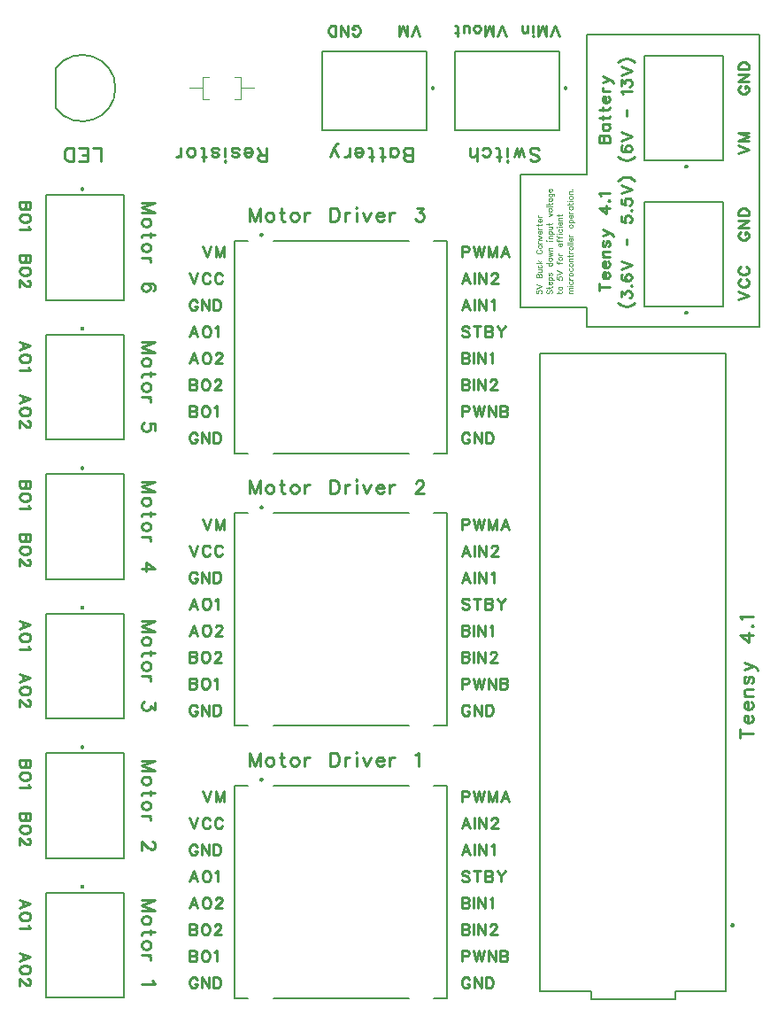
<source format=gbr>
G04 DipTrace 5.2.0.4*
G04 TopSilk.gbr*
%MOIN*%
G04 #@! TF.FileFunction,Legend,Top*
G04 #@! TF.Part,Single*
%ADD10C,0.005*%
%ADD20C,0.004724*%
%ADD53C,0.008749*%
%ADD54C,0.010936*%
%ADD55C,0.003088*%
%FSLAX26Y26*%
G04*
G70*
G90*
G75*
G01*
G04 TopSilk*
%LPD*%
X1990550Y3811220D2*
D10*
X1596850D1*
X1990550Y4106495D2*
Y3811220D1*
X1596850Y4106495D2*
X1990550D1*
X1596850Y3811220D2*
Y4106495D1*
G36*
X2022046Y3968700D2*
X2021979Y3967672D1*
X2021778Y3966662D1*
X2021447Y3965687D1*
X2020992Y3964763D1*
X2020419Y3963907D1*
X2019740Y3963132D1*
X2018966Y3962453D1*
X2018109Y3961881D1*
X2017186Y3961425D1*
X2016210Y3961094D1*
X2015200Y3960893D1*
X2014172Y3960826D1*
X2013145Y3960893D1*
X2012134Y3961094D1*
X2011159Y3961425D1*
X2010235Y3961881D1*
X2009379Y3962453D1*
X2008605Y3963132D1*
X2007926Y3963907D1*
X2007353Y3964763D1*
X2006898Y3965687D1*
X2006567Y3966662D1*
X2006366Y3967672D1*
X2006298Y3968700D1*
D1*
X2006366Y3969728D1*
X2006567Y3970738D1*
X2006898Y3971713D1*
X2007353Y3972637D1*
X2007926Y3973493D1*
X2008605Y3974268D1*
X2009379Y3974947D1*
X2010235Y3975519D1*
X2011159Y3975975D1*
X2012134Y3976306D1*
X2013145Y3976507D1*
X2014172Y3976574D1*
X2015200Y3976507D1*
X2016210Y3976306D1*
X2017186Y3975975D1*
X2018109Y3975519D1*
X2018966Y3974947D1*
X2019740Y3974268D1*
X2020419Y3973493D1*
X2020992Y3972637D1*
X2021447Y3971713D1*
X2021778Y3970738D1*
X2021979Y3969728D1*
X2022046Y3968700D1*
D1*
G37*
X2811220Y3696850D2*
D10*
Y4090550D1*
X3106495Y3696850D2*
X2811220D1*
X3106495Y4090550D2*
Y3696850D1*
X2811220Y4090550D2*
X3106495D1*
G36*
X2968700Y3665354D2*
X2967672Y3665421D1*
X2966662Y3665622D1*
X2965687Y3665953D1*
X2964763Y3666408D1*
X2963907Y3666981D1*
X2963132Y3667660D1*
X2962453Y3668434D1*
X2961881Y3669291D1*
X2961425Y3670214D1*
X2961094Y3671190D1*
X2960893Y3672200D1*
X2960826Y3673228D1*
X2960893Y3674255D1*
X2961094Y3675266D1*
X2961425Y3676241D1*
X2961881Y3677165D1*
X2962453Y3678021D1*
X2963132Y3678795D1*
X2963907Y3679474D1*
X2964763Y3680047D1*
X2965687Y3680502D1*
X2966662Y3680833D1*
X2967672Y3681034D1*
X2968700Y3681102D1*
D1*
X2969728Y3681034D1*
X2970738Y3680833D1*
X2971713Y3680502D1*
X2972637Y3680047D1*
X2973493Y3679474D1*
X2974268Y3678795D1*
X2974947Y3678021D1*
X2975519Y3677165D1*
X2975975Y3676241D1*
X2976306Y3675266D1*
X2976507Y3674255D1*
X2976574Y3673228D1*
X2976507Y3672200D1*
X2976306Y3671190D1*
X2975975Y3670214D1*
X2975519Y3669291D1*
X2974947Y3668434D1*
X2974268Y3667660D1*
X2973493Y3666981D1*
X2972637Y3666408D1*
X2971713Y3665953D1*
X2970738Y3665622D1*
X2969728Y3665421D1*
X2968700Y3665354D1*
D1*
G37*
X2811220Y3146850D2*
D10*
Y3540550D1*
X3106495Y3146850D2*
X2811220D1*
X3106495Y3540550D2*
Y3146850D1*
X2811220Y3540550D2*
X3106495D1*
G36*
X2968700Y3115354D2*
X2967672Y3115421D1*
X2966662Y3115622D1*
X2965687Y3115953D1*
X2964763Y3116408D1*
X2963907Y3116981D1*
X2963132Y3117660D1*
X2962453Y3118434D1*
X2961881Y3119291D1*
X2961425Y3120214D1*
X2961094Y3121190D1*
X2960893Y3122200D1*
X2960826Y3123228D1*
X2960893Y3124255D1*
X2961094Y3125266D1*
X2961425Y3126241D1*
X2961881Y3127165D1*
X2962453Y3128021D1*
X2963132Y3128795D1*
X2963907Y3129474D1*
X2964763Y3130047D1*
X2965687Y3130502D1*
X2966662Y3130833D1*
X2967672Y3131034D1*
X2968700Y3131102D1*
D1*
X2969728Y3131034D1*
X2970738Y3130833D1*
X2971713Y3130502D1*
X2972637Y3130047D1*
X2973493Y3129474D1*
X2974268Y3128795D1*
X2974947Y3128021D1*
X2975519Y3127165D1*
X2975975Y3126241D1*
X2976306Y3125266D1*
X2976507Y3124255D1*
X2976574Y3123228D1*
X2976507Y3122200D1*
X2976306Y3121190D1*
X2975975Y3120214D1*
X2975519Y3119291D1*
X2974947Y3118434D1*
X2974268Y3117660D1*
X2973493Y3116981D1*
X2972637Y3116408D1*
X2971713Y3115953D1*
X2970738Y3115622D1*
X2969728Y3115421D1*
X2968700Y3115354D1*
D1*
G37*
X593707Y3893762D2*
D10*
Y4043638D1*
X593931Y3893462D2*
G03X593931Y4043938I99796J75238D01*
G01*
X851180Y940550D2*
Y546850D1*
X555905Y940550D2*
X851180D1*
X555905Y546850D2*
Y940550D1*
X851180Y546850D2*
X555905D1*
G36*
X693700Y972046D2*
X694728Y971979D1*
X695738Y971778D1*
X696713Y971447D1*
X697637Y970992D1*
X698493Y970419D1*
X699268Y969740D1*
X699947Y968966D1*
X700519Y968109D1*
X700975Y967186D1*
X701306Y966210D1*
X701507Y965200D1*
X701574Y964172D1*
X701507Y963145D1*
X701306Y962134D1*
X700975Y961159D1*
X700519Y960235D1*
X699947Y959379D1*
X699268Y958605D1*
X698493Y957926D1*
X697637Y957353D1*
X696713Y956898D1*
X695738Y956567D1*
X694728Y956366D1*
X693700Y956298D1*
D1*
X692672Y956366D1*
X691662Y956567D1*
X690687Y956898D1*
X689763Y957353D1*
X688907Y957926D1*
X688132Y958605D1*
X687453Y959379D1*
X686881Y960235D1*
X686425Y961159D1*
X686094Y962134D1*
X685893Y963145D1*
X685826Y964172D1*
X685893Y965200D1*
X686094Y966210D1*
X686425Y967186D1*
X686881Y968109D1*
X687453Y968966D1*
X688132Y969740D1*
X688907Y970419D1*
X689763Y970992D1*
X690687Y971447D1*
X691662Y971778D1*
X692672Y971979D1*
X693700Y972046D1*
D1*
G37*
X851180Y1465550D2*
D10*
Y1071850D1*
X555905Y1465550D2*
X851180D1*
X555905Y1071850D2*
Y1465550D1*
X851180Y1071850D2*
X555905D1*
G36*
X693700Y1497046D2*
X694728Y1496979D1*
X695738Y1496778D1*
X696713Y1496447D1*
X697637Y1495992D1*
X698493Y1495419D1*
X699268Y1494740D1*
X699947Y1493966D1*
X700519Y1493109D1*
X700975Y1492186D1*
X701306Y1491210D1*
X701507Y1490200D1*
X701574Y1489172D1*
X701507Y1488145D1*
X701306Y1487134D1*
X700975Y1486159D1*
X700519Y1485235D1*
X699947Y1484379D1*
X699268Y1483605D1*
X698493Y1482926D1*
X697637Y1482353D1*
X696713Y1481898D1*
X695738Y1481567D1*
X694728Y1481366D1*
X693700Y1481298D1*
D1*
X692672Y1481366D1*
X691662Y1481567D1*
X690687Y1481898D1*
X689763Y1482353D1*
X688907Y1482926D1*
X688132Y1483605D1*
X687453Y1484379D1*
X686881Y1485235D1*
X686425Y1486159D1*
X686094Y1487134D1*
X685893Y1488145D1*
X685826Y1489172D1*
X685893Y1490200D1*
X686094Y1491210D1*
X686425Y1492186D1*
X686881Y1493109D1*
X687453Y1493966D1*
X688132Y1494740D1*
X688907Y1495419D1*
X689763Y1495992D1*
X690687Y1496447D1*
X691662Y1496778D1*
X692672Y1496979D1*
X693700Y1497046D1*
D1*
G37*
X851180Y1990550D2*
D10*
Y1596850D1*
X555905Y1990550D2*
X851180D1*
X555905Y1596850D2*
Y1990550D1*
X851180Y1596850D2*
X555905D1*
G36*
X693700Y2022046D2*
X694728Y2021979D1*
X695738Y2021778D1*
X696713Y2021447D1*
X697637Y2020992D1*
X698493Y2020419D1*
X699268Y2019740D1*
X699947Y2018966D1*
X700519Y2018109D1*
X700975Y2017186D1*
X701306Y2016210D1*
X701507Y2015200D1*
X701574Y2014172D1*
X701507Y2013145D1*
X701306Y2012134D1*
X700975Y2011159D1*
X700519Y2010235D1*
X699947Y2009379D1*
X699268Y2008605D1*
X698493Y2007926D1*
X697637Y2007353D1*
X696713Y2006898D1*
X695738Y2006567D1*
X694728Y2006366D1*
X693700Y2006298D1*
D1*
X692672Y2006366D1*
X691662Y2006567D1*
X690687Y2006898D1*
X689763Y2007353D1*
X688907Y2007926D1*
X688132Y2008605D1*
X687453Y2009379D1*
X686881Y2010235D1*
X686425Y2011159D1*
X686094Y2012134D1*
X685893Y2013145D1*
X685826Y2014172D1*
X685893Y2015200D1*
X686094Y2016210D1*
X686425Y2017186D1*
X686881Y2018109D1*
X687453Y2018966D1*
X688132Y2019740D1*
X688907Y2020419D1*
X689763Y2020992D1*
X690687Y2021447D1*
X691662Y2021778D1*
X692672Y2021979D1*
X693700Y2022046D1*
D1*
G37*
X851180Y2515550D2*
D10*
Y2121850D1*
X555905Y2515550D2*
X851180D1*
X555905Y2121850D2*
Y2515550D1*
X851180Y2121850D2*
X555905D1*
G36*
X693700Y2547046D2*
X694728Y2546979D1*
X695738Y2546778D1*
X696713Y2546447D1*
X697637Y2545992D1*
X698493Y2545419D1*
X699268Y2544740D1*
X699947Y2543966D1*
X700519Y2543109D1*
X700975Y2542186D1*
X701306Y2541210D1*
X701507Y2540200D1*
X701574Y2539172D1*
X701507Y2538145D1*
X701306Y2537134D1*
X700975Y2536159D1*
X700519Y2535235D1*
X699947Y2534379D1*
X699268Y2533605D1*
X698493Y2532926D1*
X697637Y2532353D1*
X696713Y2531898D1*
X695738Y2531567D1*
X694728Y2531366D1*
X693700Y2531298D1*
D1*
X692672Y2531366D1*
X691662Y2531567D1*
X690687Y2531898D1*
X689763Y2532353D1*
X688907Y2532926D1*
X688132Y2533605D1*
X687453Y2534379D1*
X686881Y2535235D1*
X686425Y2536159D1*
X686094Y2537134D1*
X685893Y2538145D1*
X685826Y2539172D1*
X685893Y2540200D1*
X686094Y2541210D1*
X686425Y2542186D1*
X686881Y2543109D1*
X687453Y2543966D1*
X688132Y2544740D1*
X688907Y2545419D1*
X689763Y2545992D1*
X690687Y2546447D1*
X691662Y2546778D1*
X692672Y2546979D1*
X693700Y2547046D1*
D1*
G37*
X851180Y3040550D2*
D10*
Y2646850D1*
X555905Y3040550D2*
X851180D1*
X555905Y2646850D2*
Y3040550D1*
X851180Y2646850D2*
X555905D1*
G36*
X693700Y3072046D2*
X694728Y3071979D1*
X695738Y3071778D1*
X696713Y3071447D1*
X697637Y3070992D1*
X698493Y3070419D1*
X699268Y3069740D1*
X699947Y3068966D1*
X700519Y3068109D1*
X700975Y3067186D1*
X701306Y3066210D1*
X701507Y3065200D1*
X701574Y3064172D1*
X701507Y3063145D1*
X701306Y3062134D1*
X700975Y3061159D1*
X700519Y3060235D1*
X699947Y3059379D1*
X699268Y3058605D1*
X698493Y3057926D1*
X697637Y3057353D1*
X696713Y3056898D1*
X695738Y3056567D1*
X694728Y3056366D1*
X693700Y3056298D1*
D1*
X692672Y3056366D1*
X691662Y3056567D1*
X690687Y3056898D1*
X689763Y3057353D1*
X688907Y3057926D1*
X688132Y3058605D1*
X687453Y3059379D1*
X686881Y3060235D1*
X686425Y3061159D1*
X686094Y3062134D1*
X685893Y3063145D1*
X685826Y3064172D1*
X685893Y3065200D1*
X686094Y3066210D1*
X686425Y3067186D1*
X686881Y3068109D1*
X687453Y3068966D1*
X688132Y3069740D1*
X688907Y3070419D1*
X689763Y3070992D1*
X690687Y3071447D1*
X691662Y3071778D1*
X692672Y3071979D1*
X693700Y3072046D1*
D1*
G37*
X851180Y3565550D2*
D10*
Y3171850D1*
X555905Y3565550D2*
X851180D1*
X555905Y3171850D2*
Y3565550D1*
X851180Y3171850D2*
X555905D1*
G36*
X693700Y3597046D2*
X694728Y3596979D1*
X695738Y3596778D1*
X696713Y3596447D1*
X697637Y3595992D1*
X698493Y3595419D1*
X699268Y3594740D1*
X699947Y3593966D1*
X700519Y3593109D1*
X700975Y3592186D1*
X701306Y3591210D1*
X701507Y3590200D1*
X701574Y3589172D1*
X701507Y3588145D1*
X701306Y3587134D1*
X700975Y3586159D1*
X700519Y3585235D1*
X699947Y3584379D1*
X699268Y3583605D1*
X698493Y3582926D1*
X697637Y3582353D1*
X696713Y3581898D1*
X695738Y3581567D1*
X694728Y3581366D1*
X693700Y3581298D1*
D1*
X692672Y3581366D1*
X691662Y3581567D1*
X690687Y3581898D1*
X689763Y3582353D1*
X688907Y3582926D1*
X688132Y3583605D1*
X687453Y3584379D1*
X686881Y3585235D1*
X686425Y3586159D1*
X686094Y3587134D1*
X685893Y3588145D1*
X685826Y3589172D1*
X685893Y3590200D1*
X686094Y3591210D1*
X686425Y3592186D1*
X686881Y3593109D1*
X687453Y3593966D1*
X688132Y3594740D1*
X688907Y3595419D1*
X689763Y3595992D1*
X690687Y3596447D1*
X691662Y3596778D1*
X692672Y3596979D1*
X693700Y3597046D1*
D1*
G37*
X1268700Y1343700D2*
D10*
Y543700D1*
X2068700D2*
Y1343700D1*
G36*
X1360826Y1366075D2*
X1360893Y1367103D1*
X1361094Y1368113D1*
X1361425Y1369089D1*
X1361881Y1370012D1*
X1362453Y1370869D1*
X1363132Y1371643D1*
X1363907Y1372322D1*
X1364763Y1372894D1*
X1365687Y1373350D1*
X1366662Y1373681D1*
X1367672Y1373882D1*
X1368700Y1373949D1*
X1369728Y1373882D1*
X1370738Y1373681D1*
X1371713Y1373350D1*
X1372637Y1372894D1*
X1373493Y1372322D1*
X1374268Y1371643D1*
X1374947Y1370869D1*
X1375519Y1370012D1*
X1375975Y1369089D1*
X1376306Y1368113D1*
X1376507Y1367103D1*
X1376574Y1366075D1*
D1*
X1376507Y1365048D1*
X1376306Y1364037D1*
X1375975Y1363062D1*
X1375519Y1362138D1*
X1374947Y1361282D1*
X1374268Y1360508D1*
X1373493Y1359828D1*
X1372637Y1359256D1*
X1371713Y1358801D1*
X1370738Y1358470D1*
X1369728Y1358269D1*
X1368700Y1358201D1*
X1367672Y1358269D1*
X1366662Y1358470D1*
X1365687Y1358801D1*
X1364763Y1359256D1*
X1363907Y1359828D1*
X1363132Y1360508D1*
X1362453Y1361282D1*
X1361881Y1362138D1*
X1361425Y1363062D1*
X1361094Y1364037D1*
X1360893Y1365048D1*
X1360826Y1366075D1*
D1*
G37*
X1412794Y543700D2*
D10*
X1924606D1*
X1412794Y1343700D2*
X1924606D1*
X1318700D2*
X1268700D1*
X2018700D2*
X2068700D1*
X1318700Y543700D2*
X1268700D1*
X2018700D2*
X2068700D1*
X1268700Y2368700D2*
Y1568700D1*
X2068700D2*
Y2368700D1*
G36*
X1360826Y2391075D2*
X1360893Y2392103D1*
X1361094Y2393113D1*
X1361425Y2394089D1*
X1361881Y2395012D1*
X1362453Y2395869D1*
X1363132Y2396643D1*
X1363907Y2397322D1*
X1364763Y2397894D1*
X1365687Y2398350D1*
X1366662Y2398681D1*
X1367672Y2398882D1*
X1368700Y2398949D1*
X1369728Y2398882D1*
X1370738Y2398681D1*
X1371713Y2398350D1*
X1372637Y2397894D1*
X1373493Y2397322D1*
X1374268Y2396643D1*
X1374947Y2395869D1*
X1375519Y2395012D1*
X1375975Y2394089D1*
X1376306Y2393113D1*
X1376507Y2392103D1*
X1376574Y2391075D1*
D1*
X1376507Y2390048D1*
X1376306Y2389037D1*
X1375975Y2388062D1*
X1375519Y2387138D1*
X1374947Y2386282D1*
X1374268Y2385508D1*
X1373493Y2384828D1*
X1372637Y2384256D1*
X1371713Y2383801D1*
X1370738Y2383470D1*
X1369728Y2383269D1*
X1368700Y2383201D1*
X1367672Y2383269D1*
X1366662Y2383470D1*
X1365687Y2383801D1*
X1364763Y2384256D1*
X1363907Y2384828D1*
X1363132Y2385508D1*
X1362453Y2386282D1*
X1361881Y2387138D1*
X1361425Y2388062D1*
X1361094Y2389037D1*
X1360893Y2390048D1*
X1360826Y2391075D1*
D1*
G37*
X1412794Y1568700D2*
D10*
X1924606D1*
X1412794Y2368700D2*
X1924606D1*
X1318700D2*
X1268700D1*
X2018700D2*
X2068700D1*
X1318700Y1568700D2*
X1268700D1*
X2018700D2*
X2068700D1*
X1268700Y3393700D2*
Y2593700D1*
X2068700D2*
Y3393700D1*
G36*
X1360826Y3416075D2*
X1360893Y3417103D1*
X1361094Y3418113D1*
X1361425Y3419089D1*
X1361881Y3420012D1*
X1362453Y3420869D1*
X1363132Y3421643D1*
X1363907Y3422322D1*
X1364763Y3422894D1*
X1365687Y3423350D1*
X1366662Y3423681D1*
X1367672Y3423882D1*
X1368700Y3423949D1*
X1369728Y3423882D1*
X1370738Y3423681D1*
X1371713Y3423350D1*
X1372637Y3422894D1*
X1373493Y3422322D1*
X1374268Y3421643D1*
X1374947Y3420869D1*
X1375519Y3420012D1*
X1375975Y3419089D1*
X1376306Y3418113D1*
X1376507Y3417103D1*
X1376574Y3416075D1*
D1*
X1376507Y3415048D1*
X1376306Y3414037D1*
X1375975Y3413062D1*
X1375519Y3412138D1*
X1374947Y3411282D1*
X1374268Y3410508D1*
X1373493Y3409828D1*
X1372637Y3409256D1*
X1371713Y3408801D1*
X1370738Y3408470D1*
X1369728Y3408269D1*
X1368700Y3408201D1*
X1367672Y3408269D1*
X1366662Y3408470D1*
X1365687Y3408801D1*
X1364763Y3409256D1*
X1363907Y3409828D1*
X1363132Y3410508D1*
X1362453Y3411282D1*
X1361881Y3412138D1*
X1361425Y3413062D1*
X1361094Y3414037D1*
X1360893Y3415048D1*
X1360826Y3416075D1*
D1*
G37*
X1412794Y2593700D2*
D10*
X1924606D1*
X1412794Y3393700D2*
X1924606D1*
X1318700D2*
X1268700D1*
X2018700D2*
X2068700D1*
X1318700Y2593700D2*
X1268700D1*
X2018700D2*
X2068700D1*
X1170275Y4010039D2*
D20*
X1145865D1*
Y3927361D1*
X1170275D1*
X1267125Y4010039D2*
X1291535D1*
Y3927361D1*
X1267125D1*
X1097440Y3968700D2*
X1145865D1*
X1291535D2*
X1339960D1*
X2490550Y3811220D2*
D10*
X2096850D1*
X2490550Y4106495D2*
Y3811220D1*
X2096850Y4106495D2*
X2490550D1*
X2096850Y3811220D2*
Y4106495D1*
G36*
X2522046Y3968700D2*
X2521979Y3967672D1*
X2521778Y3966662D1*
X2521447Y3965687D1*
X2520992Y3964763D1*
X2520419Y3963907D1*
X2519740Y3963132D1*
X2518966Y3962453D1*
X2518109Y3961881D1*
X2517186Y3961425D1*
X2516210Y3961094D1*
X2515200Y3960893D1*
X2514172Y3960826D1*
X2513145Y3960893D1*
X2512134Y3961094D1*
X2511159Y3961425D1*
X2510235Y3961881D1*
X2509379Y3962453D1*
X2508605Y3963132D1*
X2507926Y3963907D1*
X2507353Y3964763D1*
X2506898Y3965687D1*
X2506567Y3966662D1*
X2506366Y3967672D1*
X2506298Y3968700D1*
D1*
X2506366Y3969728D1*
X2506567Y3970738D1*
X2506898Y3971713D1*
X2507353Y3972637D1*
X2507926Y3973493D1*
X2508605Y3974268D1*
X2509379Y3974947D1*
X2510235Y3975519D1*
X2511159Y3975975D1*
X2512134Y3976306D1*
X2513145Y3976507D1*
X2514172Y3976574D1*
X2515200Y3976507D1*
X2516210Y3976306D1*
X2517186Y3975975D1*
X2518109Y3975519D1*
X2518966Y3974947D1*
X2519740Y3974268D1*
X2520419Y3973493D1*
X2520992Y3972637D1*
X2521447Y3971713D1*
X2521778Y3970738D1*
X2521979Y3969728D1*
X2522046Y3968700D1*
D1*
G37*
X2418700Y568700D2*
D10*
Y2968700D1*
X3118700D1*
Y568700D1*
X2927361D2*
Y541141D1*
X2610039Y568700D2*
Y541141D1*
X2927361D2*
X2610039D1*
X3118700Y568700D2*
X2927361D1*
X2418700D2*
X2610039D1*
G36*
X3142716Y810826D2*
X3141688Y810893D1*
X3140678Y811094D1*
X3139702Y811425D1*
X3138779Y811881D1*
X3137922Y812453D1*
X3137148Y813132D1*
X3136469Y813907D1*
X3135897Y814763D1*
X3135441Y815687D1*
X3135110Y816662D1*
X3134909Y817672D1*
X3134842Y818700D1*
X3134909Y819728D1*
X3135110Y820738D1*
X3135441Y821713D1*
X3135897Y822637D1*
X3136469Y823493D1*
X3137148Y824268D1*
X3137922Y824947D1*
X3138779Y825519D1*
X3139702Y825975D1*
X3140678Y826306D1*
X3141688Y826507D1*
X3142716Y826574D1*
D1*
X3143744Y826507D1*
X3144754Y826306D1*
X3145729Y825975D1*
X3146653Y825519D1*
X3147509Y824947D1*
X3148284Y824268D1*
X3148963Y823493D1*
X3149535Y822637D1*
X3149990Y821713D1*
X3150321Y820738D1*
X3150522Y819728D1*
X3150590Y818700D1*
X3150522Y817672D1*
X3150321Y816662D1*
X3149990Y815687D1*
X3149535Y814763D1*
X3148963Y813907D1*
X3148284Y813132D1*
X3147509Y812453D1*
X3146653Y811881D1*
X3145729Y811425D1*
X3144754Y811094D1*
X3143744Y810893D1*
X3142716Y810826D1*
D1*
G37*
X3243700Y4168700D2*
D10*
Y3068700D1*
X2593700D1*
Y3143700D1*
X2343700D1*
Y3643700D1*
X2593700D1*
Y4168700D1*
X3243700D1*
X458083Y2983684D2*
D53*
X498275Y2999027D1*
X458083Y3014326D1*
X471481Y3008578D2*
Y2989432D1*
X498275Y2954690D2*
X496374Y2958537D1*
X492527Y2962340D1*
X488725Y2964285D1*
X482977Y2966186D1*
X473382D1*
X467678Y2964285D1*
X463831Y2962340D1*
X460029Y2958537D1*
X458083Y2954690D1*
Y2947041D1*
X460029Y2943238D1*
X463831Y2939392D1*
X467678Y2937490D1*
X473382Y2935589D1*
X482977D1*
X488725Y2937490D1*
X492527Y2939392D1*
X496374Y2943238D1*
X498275Y2947041D1*
Y2954690D1*
X490582Y2918091D2*
X492527Y2914245D1*
X498231Y2908496D1*
X458083D1*
Y2783684D2*
X498275Y2799027D1*
X458083Y2814326D1*
X471481Y2808578D2*
Y2789432D1*
X498275Y2754690D2*
X496374Y2758537D1*
X492527Y2762340D1*
X488725Y2764285D1*
X482977Y2766186D1*
X473382D1*
X467678Y2764285D1*
X463831Y2762340D1*
X460029Y2758537D1*
X458083Y2754690D1*
Y2747041D1*
X460029Y2743238D1*
X463831Y2739392D1*
X467678Y2737490D1*
X473382Y2735589D1*
X482977D1*
X488725Y2737490D1*
X492527Y2739392D1*
X496374Y2743238D1*
X498275Y2747041D1*
Y2754690D1*
X488680Y2716146D2*
X490582D1*
X494429Y2714245D1*
X496330Y2712343D1*
X498231Y2708496D1*
Y2700847D1*
X496330Y2697045D1*
X494429Y2695143D1*
X490582Y2693198D1*
X486779D1*
X482932Y2695143D1*
X477229Y2698946D1*
X458083Y2718091D1*
Y2691297D1*
X498275Y3539326D2*
X458083D1*
Y3522081D1*
X460029Y3516333D1*
X461930Y3514432D1*
X465733Y3512531D1*
X471481D1*
X475327Y3514432D1*
X477229Y3516333D1*
X479130Y3522081D1*
X481075Y3516333D1*
X482977Y3514432D1*
X486779Y3512531D1*
X490626D1*
X494429Y3514432D1*
X496374Y3516333D1*
X498275Y3522081D1*
Y3539326D1*
X479130D2*
Y3522081D1*
X498275Y3483537D2*
X496374Y3487384D1*
X492527Y3491186D1*
X488725Y3493132D1*
X482977Y3495033D1*
X473382D1*
X467678Y3493132D1*
X463831Y3491186D1*
X460029Y3487384D1*
X458083Y3483537D1*
Y3475888D1*
X460029Y3472085D1*
X463831Y3468238D1*
X467678Y3466337D1*
X473382Y3464436D1*
X482977D1*
X488725Y3466337D1*
X492527Y3468238D1*
X496374Y3472085D1*
X498275Y3475888D1*
Y3483537D1*
X490582Y3446938D2*
X492527Y3443091D1*
X498231Y3437343D1*
X458083D1*
X498275Y3339326D2*
X458083D1*
Y3322081D1*
X460029Y3316333D1*
X461930Y3314432D1*
X465733Y3312531D1*
X471481D1*
X475327Y3314432D1*
X477229Y3316333D1*
X479130Y3322081D1*
X481075Y3316333D1*
X482977Y3314432D1*
X486779Y3312531D1*
X490626D1*
X494429Y3314432D1*
X496374Y3316333D1*
X498275Y3322081D1*
Y3339326D1*
X479130D2*
Y3322081D1*
X498275Y3283537D2*
X496374Y3287384D1*
X492527Y3291186D1*
X488725Y3293132D1*
X482977Y3295033D1*
X473382D1*
X467678Y3293132D1*
X463831Y3291186D1*
X460029Y3287384D1*
X458083Y3283537D1*
Y3275888D1*
X460029Y3272085D1*
X463831Y3268238D1*
X467678Y3266337D1*
X473382Y3264436D1*
X482977D1*
X488725Y3266337D1*
X492527Y3268238D1*
X496374Y3272085D1*
X498275Y3275888D1*
Y3283537D1*
X488680Y3244993D2*
X490582D1*
X494429Y3243091D1*
X496330Y3241190D1*
X498231Y3237343D1*
Y3229694D1*
X496330Y3225891D1*
X494429Y3223990D1*
X490582Y3222045D1*
X486779D1*
X482932Y3223990D1*
X477229Y3227793D1*
X458083Y3246938D1*
Y3220143D1*
Y1733684D2*
X498275Y1749027D1*
X458083Y1764326D1*
X471481Y1758578D2*
Y1739432D1*
X498275Y1704690D2*
X496374Y1708537D1*
X492527Y1712340D1*
X488725Y1714285D1*
X482977Y1716186D1*
X473382D1*
X467678Y1714285D1*
X463831Y1712340D1*
X460029Y1708537D1*
X458083Y1704690D1*
Y1697041D1*
X460029Y1693238D1*
X463831Y1689392D1*
X467678Y1687490D1*
X473382Y1685589D1*
X482977D1*
X488725Y1687490D1*
X492527Y1689392D1*
X496374Y1693238D1*
X498275Y1697041D1*
Y1704690D1*
X488680Y1666146D2*
X490582D1*
X494429Y1664245D1*
X496330Y1662343D1*
X498231Y1658496D1*
Y1650847D1*
X496330Y1647045D1*
X494429Y1645143D1*
X490582Y1643198D1*
X486779D1*
X482932Y1645143D1*
X477229Y1648946D1*
X458083Y1668091D1*
Y1641297D1*
Y1933684D2*
X498275Y1949027D1*
X458083Y1964326D1*
X471481Y1958578D2*
Y1939432D1*
X498275Y1904690D2*
X496374Y1908537D1*
X492527Y1912340D1*
X488725Y1914285D1*
X482977Y1916186D1*
X473382D1*
X467678Y1914285D1*
X463831Y1912340D1*
X460029Y1908537D1*
X458083Y1904690D1*
Y1897041D1*
X460029Y1893238D1*
X463831Y1889392D1*
X467678Y1887490D1*
X473382Y1885589D1*
X482977D1*
X488725Y1887490D1*
X492527Y1889392D1*
X496374Y1893238D1*
X498275Y1897041D1*
Y1904690D1*
X490582Y1868091D2*
X492527Y1864245D1*
X498231Y1858496D1*
X458083D1*
X498275Y2489326D2*
X458083D1*
Y2472081D1*
X460029Y2466333D1*
X461930Y2464432D1*
X465733Y2462531D1*
X471481D1*
X475327Y2464432D1*
X477229Y2466333D1*
X479130Y2472081D1*
X481075Y2466333D1*
X482977Y2464432D1*
X486779Y2462531D1*
X490626D1*
X494429Y2464432D1*
X496374Y2466333D1*
X498275Y2472081D1*
Y2489326D1*
X479130D2*
Y2472081D1*
X498275Y2433537D2*
X496374Y2437384D1*
X492527Y2441186D1*
X488725Y2443132D1*
X482977Y2445033D1*
X473382D1*
X467678Y2443132D1*
X463831Y2441186D1*
X460029Y2437384D1*
X458083Y2433537D1*
Y2425888D1*
X460029Y2422085D1*
X463831Y2418238D1*
X467678Y2416337D1*
X473382Y2414436D1*
X482977D1*
X488725Y2416337D1*
X492527Y2418238D1*
X496374Y2422085D1*
X498275Y2425888D1*
Y2433537D1*
X490582Y2396938D2*
X492527Y2393091D1*
X498231Y2387343D1*
X458083D1*
X498275Y2289326D2*
X458083D1*
Y2272081D1*
X460029Y2266333D1*
X461930Y2264432D1*
X465733Y2262531D1*
X471481D1*
X475327Y2264432D1*
X477229Y2266333D1*
X479130Y2272081D1*
X481075Y2266333D1*
X482977Y2264432D1*
X486779Y2262531D1*
X490626D1*
X494429Y2264432D1*
X496374Y2266333D1*
X498275Y2272081D1*
Y2289326D1*
X479130D2*
Y2272081D1*
X498275Y2233537D2*
X496374Y2237384D1*
X492527Y2241186D1*
X488725Y2243132D1*
X482977Y2245033D1*
X473382D1*
X467678Y2243132D1*
X463831Y2241186D1*
X460029Y2237384D1*
X458083Y2233537D1*
Y2225888D1*
X460029Y2222085D1*
X463831Y2218238D1*
X467678Y2216337D1*
X473382Y2214436D1*
X482977D1*
X488725Y2216337D1*
X492527Y2218238D1*
X496374Y2222085D1*
X498275Y2225888D1*
Y2233537D1*
X488680Y2194993D2*
X490582D1*
X494429Y2193091D1*
X496330Y2191190D1*
X498231Y2187343D1*
Y2179694D1*
X496330Y2175891D1*
X494429Y2173990D1*
X490582Y2172045D1*
X486779D1*
X482932Y2173990D1*
X477229Y2177793D1*
X458083Y2196938D1*
Y2170143D1*
X498275Y1439326D2*
X458083D1*
Y1422081D1*
X460029Y1416333D1*
X461930Y1414432D1*
X465733Y1412531D1*
X471481D1*
X475327Y1414432D1*
X477229Y1416333D1*
X479130Y1422081D1*
X481075Y1416333D1*
X482977Y1414432D1*
X486779Y1412531D1*
X490626D1*
X494429Y1414432D1*
X496374Y1416333D1*
X498275Y1422081D1*
Y1439326D1*
X479130D2*
Y1422081D1*
X498275Y1383537D2*
X496374Y1387384D1*
X492527Y1391186D1*
X488725Y1393132D1*
X482977Y1395033D1*
X473382D1*
X467678Y1393132D1*
X463831Y1391186D1*
X460029Y1387384D1*
X458083Y1383537D1*
Y1375888D1*
X460029Y1372085D1*
X463831Y1368238D1*
X467678Y1366337D1*
X473382Y1364436D1*
X482977D1*
X488725Y1366337D1*
X492527Y1368238D1*
X496374Y1372085D1*
X498275Y1375888D1*
Y1383537D1*
X490582Y1346938D2*
X492527Y1343091D1*
X498231Y1337343D1*
X458083D1*
X498275Y1239326D2*
X458083D1*
Y1222081D1*
X460029Y1216333D1*
X461930Y1214432D1*
X465733Y1212531D1*
X471481D1*
X475327Y1214432D1*
X477229Y1216333D1*
X479130Y1222081D1*
X481075Y1216333D1*
X482977Y1214432D1*
X486779Y1212531D1*
X490626D1*
X494429Y1214432D1*
X496374Y1216333D1*
X498275Y1222081D1*
Y1239326D1*
X479130D2*
Y1222081D1*
X498275Y1183537D2*
X496374Y1187384D1*
X492527Y1191186D1*
X488725Y1193132D1*
X482977Y1195033D1*
X473382D1*
X467678Y1193132D1*
X463831Y1191186D1*
X460029Y1187384D1*
X458083Y1183537D1*
Y1175888D1*
X460029Y1172085D1*
X463831Y1168238D1*
X467678Y1166337D1*
X473382Y1164436D1*
X482977D1*
X488725Y1166337D1*
X492527Y1168238D1*
X496374Y1172085D1*
X498275Y1175888D1*
Y1183537D1*
X488680Y1144993D2*
X490582D1*
X494429Y1143091D1*
X496330Y1141190D1*
X498231Y1137343D1*
Y1129694D1*
X496330Y1125891D1*
X494429Y1123990D1*
X490582Y1122045D1*
X486779D1*
X482932Y1123990D1*
X477229Y1127793D1*
X458083Y1146938D1*
Y1120143D1*
Y883684D2*
X498275Y899027D1*
X458083Y914326D1*
X471481Y908578D2*
Y889432D1*
X498275Y854690D2*
X496374Y858537D1*
X492527Y862340D1*
X488725Y864285D1*
X482977Y866186D1*
X473382D1*
X467678Y864285D1*
X463831Y862340D1*
X460029Y858537D1*
X458083Y854690D1*
Y847041D1*
X460029Y843238D1*
X463831Y839392D1*
X467678Y837490D1*
X473382Y835589D1*
X482977D1*
X488725Y837490D1*
X492527Y839392D1*
X496374Y843238D1*
X498275Y847041D1*
Y854690D1*
X490582Y818091D2*
X492527Y814245D1*
X498231Y808496D1*
X458083D1*
Y683684D2*
X498275Y699027D1*
X458083Y714326D1*
X471481Y708578D2*
Y689432D1*
X498275Y654690D2*
X496374Y658537D1*
X492527Y662340D1*
X488725Y664285D1*
X482977Y666186D1*
X473382D1*
X467678Y664285D1*
X463831Y662340D1*
X460029Y658537D1*
X458083Y654690D1*
Y647041D1*
X460029Y643238D1*
X463831Y639392D1*
X467678Y637490D1*
X473382Y635589D1*
X482977D1*
X488725Y637490D1*
X492527Y639392D1*
X496374Y643238D1*
X498275Y647041D1*
Y654690D1*
X488680Y616146D2*
X490582D1*
X494429Y614245D1*
X496330Y612343D1*
X498231Y608496D1*
Y600847D1*
X496330Y597045D1*
X494429Y595143D1*
X490582Y593198D1*
X486779D1*
X482932Y595143D1*
X477229Y598946D1*
X458083Y618091D1*
Y591297D1*
X3173675Y3976770D2*
X3169873Y3974869D1*
X3166026Y3971022D1*
X3164125Y3967220D1*
Y3959571D1*
X3166026Y3955724D1*
X3169873Y3951921D1*
X3173675Y3949976D1*
X3179423Y3948074D1*
X3189018D1*
X3194722Y3949976D1*
X3198569Y3951921D1*
X3202371Y3955724D1*
X3204317Y3959571D1*
Y3967220D1*
X3202371Y3971022D1*
X3198569Y3974869D1*
X3194722Y3976770D1*
X3189018D1*
Y3967220D1*
X3164125Y4021063D2*
X3204317D1*
X3164125Y3994268D1*
X3204317D1*
X3164125Y4038561D2*
X3204317D1*
Y4051958D1*
X3202371Y4057706D1*
X3198569Y4061553D1*
X3194722Y4063454D1*
X3189018Y4065355D1*
X3179423D1*
X3173675Y4063454D1*
X3169873Y4061553D1*
X3166026Y4057706D1*
X3164125Y4051958D1*
Y4038561D1*
X3173675Y3426770D2*
X3169873Y3424869D1*
X3166026Y3421022D1*
X3164125Y3417220D1*
Y3409571D1*
X3166026Y3405724D1*
X3169873Y3401921D1*
X3173675Y3399976D1*
X3179423Y3398074D1*
X3189018D1*
X3194722Y3399976D1*
X3198569Y3401921D1*
X3202371Y3405724D1*
X3204317Y3409571D1*
Y3417220D1*
X3202371Y3421022D1*
X3198569Y3424869D1*
X3194722Y3426770D1*
X3189018D1*
Y3417220D1*
X3164125Y3471063D2*
X3204317D1*
X3164125Y3444268D1*
X3204317D1*
X3164125Y3488561D2*
X3204317D1*
Y3501958D1*
X3202371Y3507706D1*
X3198569Y3511553D1*
X3194722Y3513454D1*
X3189018Y3515355D1*
X3179423D1*
X3173675Y3513454D1*
X3169873Y3511553D1*
X3166026Y3507706D1*
X3164125Y3501958D1*
Y3488561D1*
X2289326Y4164125D2*
X2274027Y4204317D1*
X2258728Y4164125D1*
X2210633Y4204317D2*
Y4164125D1*
X2225932Y4204317D1*
X2241231Y4164125D1*
Y4204317D1*
X2183585Y4177522D2*
X2187387Y4179423D1*
X2191234Y4183270D1*
X2193135Y4189018D1*
Y4192821D1*
X2191234Y4198569D1*
X2187387Y4202371D1*
X2183585Y4204317D1*
X2177837D1*
X2173990Y4202371D1*
X2170188Y4198569D1*
X2168242Y4192821D1*
Y4189018D1*
X2170188Y4183270D1*
X2173990Y4179423D1*
X2177837Y4177522D1*
X2183585D1*
X2150744D2*
Y4196667D1*
X2148843Y4202371D1*
X2144996Y4204317D1*
X2139248D1*
X2135446Y4202371D1*
X2129698Y4196667D1*
Y4177522D2*
Y4204317D1*
X2106452Y4164125D2*
Y4196667D1*
X2104551Y4202371D1*
X2100704Y4204317D1*
X2096901D1*
X2112200Y4177522D2*
X2098802D1*
X1710630Y4173675D2*
X1712531Y4169873D1*
X1716378Y4166026D1*
X1720180Y4164125D1*
X1727829D1*
X1731676Y4166026D1*
X1735479Y4169873D1*
X1737424Y4173675D1*
X1739326Y4179423D1*
Y4189018D1*
X1737424Y4194722D1*
X1735479Y4198569D1*
X1731676Y4202371D1*
X1727829Y4204317D1*
X1720180D1*
X1716378Y4202371D1*
X1712531Y4198569D1*
X1710630Y4194722D1*
Y4189018D1*
X1720180D1*
X1666337Y4164125D2*
Y4204317D1*
X1693132Y4164125D1*
Y4204317D1*
X1648839Y4164125D2*
Y4204317D1*
X1635442D1*
X1629694Y4202371D1*
X1625847Y4198569D1*
X1623946Y4194722D1*
X1622045Y4189018D1*
Y4179423D1*
X1623946Y4173675D1*
X1625847Y4169873D1*
X1629694Y4166026D1*
X1635442Y4164125D1*
X1648839D1*
X3164125Y3723074D2*
X3204317Y3738373D1*
X3164125Y3753672D1*
X3204317Y3801767D2*
X3164125D1*
X3204317Y3786468D1*
X3164125Y3771169D1*
X3204317D1*
X3164125Y3173074D2*
X3204317Y3188373D1*
X3164125Y3203672D1*
X3173675Y3249865D2*
X3169873Y3247964D1*
X3166026Y3244117D1*
X3164125Y3240315D1*
Y3232666D1*
X3166026Y3228819D1*
X3169873Y3225016D1*
X3173675Y3223071D1*
X3179423Y3221169D1*
X3189018D1*
X3194722Y3223071D1*
X3198569Y3225016D1*
X3202371Y3228819D1*
X3204317Y3232666D1*
Y3240315D1*
X3202371Y3244117D1*
X3198569Y3247964D1*
X3194722Y3249865D1*
X3173675Y3296059D2*
X3169873Y3294158D1*
X3166026Y3290311D1*
X3164125Y3286509D1*
Y3278859D1*
X3166026Y3275013D1*
X3169873Y3271210D1*
X3173675Y3269265D1*
X3179423Y3267363D1*
X3189018D1*
X3194722Y3269265D1*
X3198569Y3271210D1*
X3202371Y3275013D1*
X3204317Y3278859D1*
Y3286509D1*
X3202371Y3290311D1*
X3198569Y3294158D1*
X3194722Y3296059D1*
X2489326Y4164125D2*
X2474027Y4204317D1*
X2458728Y4164125D1*
X2410633Y4204317D2*
Y4164125D1*
X2425932Y4204317D1*
X2441231Y4164125D1*
Y4204317D1*
X2393135Y4164125D2*
X2391234Y4166026D1*
X2389289Y4164125D1*
X2391234Y4162179D1*
X2393135Y4164125D1*
X2391234Y4177522D2*
Y4204317D1*
X2371791Y4177522D2*
Y4204317D1*
Y4185171D2*
X2366043Y4179423D1*
X2362196Y4177522D1*
X2356492D1*
X2352646Y4179423D1*
X2350744Y4185171D1*
Y4204317D1*
X1964326Y4164125D2*
X1949027Y4204317D1*
X1933728Y4164125D1*
X1885633Y4204317D2*
Y4164125D1*
X1900932Y4204317D1*
X1916231Y4164125D1*
Y4204317D1*
X1362415Y3467929D2*
D54*
Y3518169D1*
X1343291Y3467929D1*
X1324168Y3518169D1*
Y3467929D1*
X1396225Y3501422D2*
X1391472Y3499046D1*
X1386663Y3494237D1*
X1384287Y3487052D1*
Y3482299D1*
X1386663Y3475114D1*
X1391472Y3470361D1*
X1396225Y3467929D1*
X1403410D1*
X1408219Y3470361D1*
X1412972Y3475114D1*
X1415404Y3482299D1*
Y3487052D1*
X1412972Y3494237D1*
X1408219Y3499046D1*
X1403410Y3501422D1*
X1396225D1*
X1444461Y3518169D2*
Y3477491D1*
X1446837Y3470361D1*
X1451646Y3467929D1*
X1456399D1*
X1437276Y3501422D2*
X1454023D1*
X1490210D2*
X1485456Y3499046D1*
X1480648Y3494237D1*
X1478271Y3487052D1*
Y3482299D1*
X1480648Y3475114D1*
X1485456Y3470361D1*
X1490210Y3467929D1*
X1497395D1*
X1502203Y3470361D1*
X1506956Y3475114D1*
X1509388Y3482299D1*
Y3487052D1*
X1506956Y3494237D1*
X1502203Y3499046D1*
X1497395Y3501422D1*
X1490210D1*
X1531260D2*
Y3467929D1*
Y3487052D2*
X1533692Y3494237D1*
X1538445Y3499046D1*
X1543254Y3501422D1*
X1550439D1*
X1627345Y3518169D2*
Y3467929D1*
X1644092D1*
X1651277Y3470361D1*
X1656085Y3475114D1*
X1658462Y3479923D1*
X1660839Y3487052D1*
Y3499046D1*
X1658462Y3506231D1*
X1656085Y3510984D1*
X1651277Y3515793D1*
X1644092Y3518169D1*
X1627345D1*
X1682711Y3501422D2*
Y3467929D1*
Y3487052D2*
X1685143Y3494237D1*
X1689896Y3499046D1*
X1694704Y3501422D1*
X1701889D1*
X1723762Y3518169D2*
X1726138Y3515793D1*
X1728570Y3518169D1*
X1726138Y3520601D1*
X1723762Y3518169D1*
X1726138Y3501422D2*
Y3467929D1*
X1750442Y3501422D2*
X1764812Y3467929D1*
X1779127Y3501422D1*
X1800999Y3487052D2*
X1829684D1*
Y3491861D1*
X1827308Y3496669D1*
X1824931Y3499046D1*
X1820123Y3501422D1*
X1812938D1*
X1808184Y3499046D1*
X1803376Y3494237D1*
X1800999Y3487052D1*
Y3482299D1*
X1803376Y3475114D1*
X1808184Y3470361D1*
X1812938Y3467929D1*
X1820123D1*
X1824931Y3470361D1*
X1829684Y3475114D1*
X1851557Y3501422D2*
Y3467929D1*
Y3487052D2*
X1853988Y3494237D1*
X1858742Y3499046D1*
X1863550Y3501422D1*
X1870735D1*
X1952450Y3518114D2*
X1978703D1*
X1964388Y3498991D1*
X1971573D1*
X1976326Y3496614D1*
X1978703Y3494237D1*
X1981135Y3487052D1*
Y3482299D1*
X1978703Y3475114D1*
X1973950Y3470306D1*
X1966765Y3467929D1*
X1959580D1*
X1952450Y3470306D1*
X1950073Y3472738D1*
X1947641Y3477491D1*
X1362415Y2442929D2*
Y2493169D1*
X1343291Y2442929D1*
X1324168Y2493169D1*
Y2442929D1*
X1396225Y2476422D2*
X1391472Y2474046D1*
X1386663Y2469237D1*
X1384287Y2462052D1*
Y2457299D1*
X1386663Y2450114D1*
X1391472Y2445361D1*
X1396225Y2442929D1*
X1403410D1*
X1408219Y2445361D1*
X1412972Y2450114D1*
X1415404Y2457299D1*
Y2462052D1*
X1412972Y2469237D1*
X1408219Y2474046D1*
X1403410Y2476422D1*
X1396225D1*
X1444461Y2493169D2*
Y2452491D1*
X1446837Y2445361D1*
X1451646Y2442929D1*
X1456399D1*
X1437276Y2476422D2*
X1454023D1*
X1490210D2*
X1485456Y2474046D1*
X1480648Y2469237D1*
X1478271Y2462052D1*
Y2457299D1*
X1480648Y2450114D1*
X1485456Y2445361D1*
X1490210Y2442929D1*
X1497395D1*
X1502203Y2445361D1*
X1506956Y2450114D1*
X1509388Y2457299D1*
Y2462052D1*
X1506956Y2469237D1*
X1502203Y2474046D1*
X1497395Y2476422D1*
X1490210D1*
X1531260D2*
Y2442929D1*
Y2462052D2*
X1533692Y2469237D1*
X1538445Y2474046D1*
X1543254Y2476422D1*
X1550439D1*
X1627345Y2493169D2*
Y2442929D1*
X1644092D1*
X1651277Y2445361D1*
X1656085Y2450114D1*
X1658462Y2454923D1*
X1660839Y2462052D1*
Y2474046D1*
X1658462Y2481231D1*
X1656085Y2485984D1*
X1651277Y2490793D1*
X1644092Y2493169D1*
X1627345D1*
X1682711Y2476422D2*
Y2442929D1*
Y2462052D2*
X1685143Y2469237D1*
X1689896Y2474046D1*
X1694704Y2476422D1*
X1701889D1*
X1723762Y2493169D2*
X1726138Y2490793D1*
X1728570Y2493169D1*
X1726138Y2495601D1*
X1723762Y2493169D1*
X1726138Y2476422D2*
Y2442929D1*
X1750442Y2476422D2*
X1764812Y2442929D1*
X1779127Y2476422D1*
X1800999Y2462052D2*
X1829684D1*
Y2466861D1*
X1827308Y2471669D1*
X1824931Y2474046D1*
X1820123Y2476422D1*
X1812938D1*
X1808184Y2474046D1*
X1803376Y2469237D1*
X1800999Y2462052D1*
Y2457299D1*
X1803376Y2450114D1*
X1808184Y2445361D1*
X1812938Y2442929D1*
X1820123D1*
X1824931Y2445361D1*
X1829684Y2450114D1*
X1851557Y2476422D2*
Y2442929D1*
Y2462052D2*
X1853988Y2469237D1*
X1858742Y2474046D1*
X1863550Y2476422D1*
X1870735D1*
X1950073Y2481176D2*
Y2483552D1*
X1952450Y2488361D1*
X1954826Y2490737D1*
X1959635Y2493114D1*
X1969197D1*
X1973950Y2490737D1*
X1976326Y2488361D1*
X1978758Y2483552D1*
Y2478799D1*
X1976326Y2473991D1*
X1971573Y2466861D1*
X1947641Y2442929D1*
X1981135D1*
X1362415Y1417929D2*
Y1468169D1*
X1343291Y1417929D1*
X1324168Y1468169D1*
Y1417929D1*
X1396225Y1451422D2*
X1391472Y1449046D1*
X1386663Y1444237D1*
X1384287Y1437052D1*
Y1432299D1*
X1386663Y1425114D1*
X1391472Y1420361D1*
X1396225Y1417929D1*
X1403410D1*
X1408219Y1420361D1*
X1412972Y1425114D1*
X1415404Y1432299D1*
Y1437052D1*
X1412972Y1444237D1*
X1408219Y1449046D1*
X1403410Y1451422D1*
X1396225D1*
X1444461Y1468169D2*
Y1427491D1*
X1446837Y1420361D1*
X1451646Y1417929D1*
X1456399D1*
X1437276Y1451422D2*
X1454023D1*
X1490210D2*
X1485456Y1449046D1*
X1480648Y1444237D1*
X1478271Y1437052D1*
Y1432299D1*
X1480648Y1425114D1*
X1485456Y1420361D1*
X1490210Y1417929D1*
X1497395D1*
X1502203Y1420361D1*
X1506956Y1425114D1*
X1509388Y1432299D1*
Y1437052D1*
X1506956Y1444237D1*
X1502203Y1449046D1*
X1497395Y1451422D1*
X1490210D1*
X1531260D2*
Y1417929D1*
Y1437052D2*
X1533692Y1444237D1*
X1538445Y1449046D1*
X1543254Y1451422D1*
X1550439D1*
X1627345Y1468169D2*
Y1417929D1*
X1644092D1*
X1651277Y1420361D1*
X1656085Y1425114D1*
X1658462Y1429923D1*
X1660839Y1437052D1*
Y1449046D1*
X1658462Y1456231D1*
X1656085Y1460984D1*
X1651277Y1465793D1*
X1644092Y1468169D1*
X1627345D1*
X1682711Y1451422D2*
Y1417929D1*
Y1437052D2*
X1685143Y1444237D1*
X1689896Y1449046D1*
X1694704Y1451422D1*
X1701889D1*
X1723762Y1468169D2*
X1726138Y1465793D1*
X1728570Y1468169D1*
X1726138Y1470601D1*
X1723762Y1468169D1*
X1726138Y1451422D2*
Y1417929D1*
X1750442Y1451422D2*
X1764812Y1417929D1*
X1779127Y1451422D1*
X1800999Y1437052D2*
X1829684D1*
Y1441861D1*
X1827308Y1446669D1*
X1824931Y1449046D1*
X1820123Y1451422D1*
X1812938D1*
X1808184Y1449046D1*
X1803376Y1444237D1*
X1800999Y1437052D1*
Y1432299D1*
X1803376Y1425114D1*
X1808184Y1420361D1*
X1812938Y1417929D1*
X1820123D1*
X1824931Y1420361D1*
X1829684Y1425114D1*
X1851557Y1451422D2*
Y1417929D1*
Y1437052D2*
X1853988Y1444237D1*
X1858742Y1449046D1*
X1863550Y1451422D1*
X1870735D1*
X1947641Y1458552D2*
X1952450Y1460984D1*
X1959635Y1468114D1*
Y1417929D1*
X1148074Y3373275D2*
D53*
X1163373Y3333083D1*
X1178672Y3373275D1*
X1226767Y3333083D2*
Y3373275D1*
X1211468Y3333083D1*
X1196169Y3373275D1*
Y3333083D1*
X1098074Y3273275D2*
X1113373Y3233083D1*
X1128672Y3273275D1*
X1174865Y3263725D2*
X1172964Y3267527D1*
X1169117Y3271374D1*
X1165315Y3273275D1*
X1157666D1*
X1153819Y3271374D1*
X1150016Y3267527D1*
X1148071Y3263725D1*
X1146169Y3257977D1*
Y3248382D1*
X1148071Y3242678D1*
X1150016Y3238831D1*
X1153819Y3235029D1*
X1157666Y3233083D1*
X1165315D1*
X1169117Y3235029D1*
X1172964Y3238831D1*
X1174865Y3242678D1*
X1221059Y3263725D2*
X1219158Y3267527D1*
X1215311Y3271374D1*
X1211509Y3273275D1*
X1203859D1*
X1200013Y3271374D1*
X1196210Y3267527D1*
X1194265Y3263725D1*
X1192363Y3257977D1*
Y3248382D1*
X1194265Y3242678D1*
X1196210Y3238831D1*
X1200013Y3235029D1*
X1203859Y3233083D1*
X1211509D1*
X1215311Y3235029D1*
X1219158Y3238831D1*
X1221059Y3242678D1*
X1126770Y3163725D2*
X1124869Y3167527D1*
X1121022Y3171374D1*
X1117220Y3173275D1*
X1109571D1*
X1105724Y3171374D1*
X1101921Y3167527D1*
X1099976Y3163725D1*
X1098074Y3157977D1*
Y3148382D1*
X1099976Y3142678D1*
X1101921Y3138831D1*
X1105724Y3135029D1*
X1109571Y3133083D1*
X1117220D1*
X1121022Y3135029D1*
X1124869Y3138831D1*
X1126770Y3142678D1*
Y3148382D1*
X1117220D1*
X1171063Y3173275D2*
Y3133083D1*
X1144268Y3173275D1*
Y3133083D1*
X1188561Y3173275D2*
Y3133083D1*
X1201958D1*
X1207706Y3135029D1*
X1211553Y3138831D1*
X1213454Y3142678D1*
X1215355Y3148382D1*
Y3157977D1*
X1213454Y3163725D1*
X1211553Y3167527D1*
X1207706Y3171374D1*
X1201958Y3173275D1*
X1188561D1*
X1128716Y3033083D2*
X1113373Y3073275D1*
X1098074Y3033083D1*
X1103822Y3046481D2*
X1122968D1*
X1157710Y3073275D2*
X1153863Y3071374D1*
X1150060Y3067527D1*
X1148115Y3063725D1*
X1146214Y3057977D1*
Y3048382D1*
X1148115Y3042678D1*
X1150060Y3038831D1*
X1153863Y3035029D1*
X1157710Y3033083D1*
X1165359D1*
X1169162Y3035029D1*
X1173008Y3038831D1*
X1174910Y3042678D1*
X1176811Y3048382D1*
Y3057977D1*
X1174910Y3063725D1*
X1173008Y3067527D1*
X1169162Y3071374D1*
X1165359Y3073275D1*
X1157710D1*
X1194309Y3065582D2*
X1198155Y3067527D1*
X1203904Y3073231D1*
Y3033083D1*
X1128716Y2933083D2*
X1113373Y2973275D1*
X1098074Y2933083D1*
X1103822Y2946481D2*
X1122968D1*
X1157710Y2973275D2*
X1153863Y2971374D1*
X1150060Y2967527D1*
X1148115Y2963725D1*
X1146214Y2957977D1*
Y2948382D1*
X1148115Y2942678D1*
X1150060Y2938831D1*
X1153863Y2935029D1*
X1157710Y2933083D1*
X1165359D1*
X1169162Y2935029D1*
X1173008Y2938831D1*
X1174910Y2942678D1*
X1176811Y2948382D1*
Y2957977D1*
X1174910Y2963725D1*
X1173008Y2967527D1*
X1169162Y2971374D1*
X1165359Y2973275D1*
X1157710D1*
X1196254Y2963680D2*
Y2965582D1*
X1198155Y2969429D1*
X1200057Y2971330D1*
X1203904Y2973231D1*
X1211553D1*
X1215355Y2971330D1*
X1217257Y2969429D1*
X1219202Y2965582D1*
Y2961779D1*
X1217257Y2957932D1*
X1213454Y2952229D1*
X1194309Y2933083D1*
X1221103D1*
X1098074Y2873275D2*
Y2833083D1*
X1115319D1*
X1121067Y2835029D1*
X1122968Y2836930D1*
X1124869Y2840733D1*
Y2846481D1*
X1122968Y2850327D1*
X1121067Y2852229D1*
X1115319Y2854130D1*
X1121067Y2856075D1*
X1122968Y2857977D1*
X1124869Y2861779D1*
Y2865626D1*
X1122968Y2869429D1*
X1121067Y2871374D1*
X1115319Y2873275D1*
X1098074D1*
Y2854130D2*
X1115319D1*
X1153863Y2873275D2*
X1150016Y2871374D1*
X1146214Y2867527D1*
X1144268Y2863725D1*
X1142367Y2857977D1*
Y2848382D1*
X1144268Y2842678D1*
X1146214Y2838831D1*
X1150016Y2835029D1*
X1153863Y2833083D1*
X1161512D1*
X1165315Y2835029D1*
X1169162Y2838831D1*
X1171063Y2842678D1*
X1172964Y2848382D1*
Y2857977D1*
X1171063Y2863725D1*
X1169162Y2867527D1*
X1165315Y2871374D1*
X1161512Y2873275D1*
X1153863D1*
X1192407Y2863680D2*
Y2865582D1*
X1194309Y2869429D1*
X1196210Y2871330D1*
X1200057Y2873231D1*
X1207706D1*
X1211509Y2871330D1*
X1213410Y2869429D1*
X1215355Y2865582D1*
Y2861779D1*
X1213410Y2857932D1*
X1209607Y2852229D1*
X1190462Y2833083D1*
X1217257D1*
X2123074Y3352229D2*
X2140319D1*
X2146022Y3354130D1*
X2147968Y3356075D1*
X2149869Y3359878D1*
Y3365626D1*
X2147968Y3369429D1*
X2146022Y3371374D1*
X2140319Y3373275D1*
X2123074D1*
Y3333083D1*
X2167367Y3373275D2*
X2176962Y3333083D1*
X2186512Y3373275D1*
X2196063Y3333083D1*
X2205658Y3373275D1*
X2253753Y3333083D2*
Y3373275D1*
X2238454Y3333083D1*
X2223155Y3373275D1*
Y3333083D1*
X2301892D2*
X2286549Y3373275D1*
X2271251Y3333083D1*
X2276999Y3346481D2*
X2296144D1*
X2153716Y3233083D2*
X2138373Y3273275D1*
X2123074Y3233083D1*
X2128822Y3246481D2*
X2147968D1*
X2171214Y3273275D2*
Y3233083D1*
X2215506Y3273275D2*
Y3233083D1*
X2188712Y3273275D1*
Y3233083D1*
X2234949Y3263680D2*
Y3265582D1*
X2236851Y3269429D1*
X2238752Y3271330D1*
X2242599Y3273231D1*
X2250248D1*
X2254051Y3271330D1*
X2255952Y3269429D1*
X2257897Y3265582D1*
Y3261779D1*
X2255952Y3257932D1*
X2252149Y3252229D1*
X2233004Y3233083D1*
X2259799D1*
X2153716Y3133083D2*
X2138373Y3173275D1*
X2123074Y3133083D1*
X2128822Y3146481D2*
X2147968D1*
X2171214Y3173275D2*
Y3133083D1*
X2215506Y3173275D2*
Y3133083D1*
X2188712Y3173275D1*
Y3133083D1*
X2233004Y3165582D2*
X2236851Y3167527D1*
X2242599Y3173231D1*
Y3133083D1*
X2149869Y3067527D2*
X2146067Y3071374D1*
X2140319Y3073275D1*
X2132669D1*
X2126921Y3071374D1*
X2123074Y3067527D1*
Y3063725D1*
X2125020Y3059878D1*
X2126921Y3057977D1*
X2130724Y3056075D1*
X2142220Y3052229D1*
X2146067Y3050327D1*
X2147968Y3048382D1*
X2149869Y3044579D1*
Y3038831D1*
X2146067Y3035029D1*
X2140319Y3033083D1*
X2132669D1*
X2126921Y3035029D1*
X2123074Y3038831D1*
X2180764Y3073275D2*
Y3033083D1*
X2167367Y3073275D2*
X2194162D1*
X2211659D2*
Y3033083D1*
X2228904D1*
X2234652Y3035029D1*
X2236553Y3036930D1*
X2238454Y3040733D1*
Y3046481D1*
X2236553Y3050327D1*
X2234652Y3052229D1*
X2228904Y3054130D1*
X2234652Y3056075D1*
X2236553Y3057977D1*
X2238454Y3061779D1*
Y3065626D1*
X2236553Y3069429D1*
X2234652Y3071374D1*
X2228904Y3073275D1*
X2211659D1*
Y3054130D2*
X2228904D1*
X2255952Y3073275D2*
X2271251Y3054130D1*
Y3033083D1*
X2286549Y3073275D2*
X2271251Y3054130D1*
X2123074Y2973275D2*
Y2933083D1*
X2140319D1*
X2146067Y2935029D1*
X2147968Y2936930D1*
X2149869Y2940733D1*
Y2946481D1*
X2147968Y2950327D1*
X2146067Y2952229D1*
X2140319Y2954130D1*
X2146067Y2956075D1*
X2147968Y2957977D1*
X2149869Y2961779D1*
Y2965626D1*
X2147968Y2969429D1*
X2146067Y2971374D1*
X2140319Y2973275D1*
X2123074D1*
Y2954130D2*
X2140319D1*
X2167367Y2973275D2*
Y2933083D1*
X2211659Y2973275D2*
Y2933083D1*
X2184865Y2973275D1*
Y2933083D1*
X2229157Y2965582D2*
X2233004Y2967527D1*
X2238752Y2973231D1*
Y2933083D1*
X2123074Y2873275D2*
Y2833083D1*
X2140319D1*
X2146067Y2835029D1*
X2147968Y2836930D1*
X2149869Y2840733D1*
Y2846481D1*
X2147968Y2850327D1*
X2146067Y2852229D1*
X2140319Y2854130D1*
X2146067Y2856075D1*
X2147968Y2857977D1*
X2149869Y2861779D1*
Y2865626D1*
X2147968Y2869429D1*
X2146067Y2871374D1*
X2140319Y2873275D1*
X2123074D1*
Y2854130D2*
X2140319D1*
X2167367Y2873275D2*
Y2833083D1*
X2211659Y2873275D2*
Y2833083D1*
X2184865Y2873275D1*
Y2833083D1*
X2231103Y2863680D2*
Y2865582D1*
X2233004Y2869429D1*
X2234905Y2871330D1*
X2238752Y2873231D1*
X2246401D1*
X2250204Y2871330D1*
X2252105Y2869429D1*
X2254051Y2865582D1*
Y2861779D1*
X2252105Y2857932D1*
X2248303Y2852229D1*
X2229157Y2833083D1*
X2255952D1*
X1148074Y2348275D2*
X1163373Y2308083D1*
X1178672Y2348275D1*
X1226767Y2308083D2*
Y2348275D1*
X1211468Y2308083D1*
X1196169Y2348275D1*
Y2308083D1*
X1098074Y2248275D2*
X1113373Y2208083D1*
X1128672Y2248275D1*
X1174865Y2238725D2*
X1172964Y2242527D1*
X1169117Y2246374D1*
X1165315Y2248275D1*
X1157666D1*
X1153819Y2246374D1*
X1150016Y2242527D1*
X1148071Y2238725D1*
X1146169Y2232977D1*
Y2223382D1*
X1148071Y2217678D1*
X1150016Y2213831D1*
X1153819Y2210029D1*
X1157666Y2208083D1*
X1165315D1*
X1169117Y2210029D1*
X1172964Y2213831D1*
X1174865Y2217678D1*
X1221059Y2238725D2*
X1219158Y2242527D1*
X1215311Y2246374D1*
X1211509Y2248275D1*
X1203859D1*
X1200013Y2246374D1*
X1196210Y2242527D1*
X1194265Y2238725D1*
X1192363Y2232977D1*
Y2223382D1*
X1194265Y2217678D1*
X1196210Y2213831D1*
X1200013Y2210029D1*
X1203859Y2208083D1*
X1211509D1*
X1215311Y2210029D1*
X1219158Y2213831D1*
X1221059Y2217678D1*
X1126770Y2138725D2*
X1124869Y2142527D1*
X1121022Y2146374D1*
X1117220Y2148275D1*
X1109571D1*
X1105724Y2146374D1*
X1101921Y2142527D1*
X1099976Y2138725D1*
X1098074Y2132977D1*
Y2123382D1*
X1099976Y2117678D1*
X1101921Y2113831D1*
X1105724Y2110029D1*
X1109571Y2108083D1*
X1117220D1*
X1121022Y2110029D1*
X1124869Y2113831D1*
X1126770Y2117678D1*
Y2123382D1*
X1117220D1*
X1171063Y2148275D2*
Y2108083D1*
X1144268Y2148275D1*
Y2108083D1*
X1188561Y2148275D2*
Y2108083D1*
X1201958D1*
X1207706Y2110029D1*
X1211553Y2113831D1*
X1213454Y2117678D1*
X1215355Y2123382D1*
Y2132977D1*
X1213454Y2138725D1*
X1211553Y2142527D1*
X1207706Y2146374D1*
X1201958Y2148275D1*
X1188561D1*
X1128716Y2008083D2*
X1113373Y2048275D1*
X1098074Y2008083D1*
X1103822Y2021481D2*
X1122968D1*
X1157710Y2048275D2*
X1153863Y2046374D1*
X1150060Y2042527D1*
X1148115Y2038725D1*
X1146214Y2032977D1*
Y2023382D1*
X1148115Y2017678D1*
X1150060Y2013831D1*
X1153863Y2010029D1*
X1157710Y2008083D1*
X1165359D1*
X1169162Y2010029D1*
X1173008Y2013831D1*
X1174910Y2017678D1*
X1176811Y2023382D1*
Y2032977D1*
X1174910Y2038725D1*
X1173008Y2042527D1*
X1169162Y2046374D1*
X1165359Y2048275D1*
X1157710D1*
X1194309Y2040582D2*
X1198155Y2042527D1*
X1203904Y2048231D1*
Y2008083D1*
X1128716Y1908083D2*
X1113373Y1948275D1*
X1098074Y1908083D1*
X1103822Y1921481D2*
X1122968D1*
X1157710Y1948275D2*
X1153863Y1946374D1*
X1150060Y1942527D1*
X1148115Y1938725D1*
X1146214Y1932977D1*
Y1923382D1*
X1148115Y1917678D1*
X1150060Y1913831D1*
X1153863Y1910029D1*
X1157710Y1908083D1*
X1165359D1*
X1169162Y1910029D1*
X1173008Y1913831D1*
X1174910Y1917678D1*
X1176811Y1923382D1*
Y1932977D1*
X1174910Y1938725D1*
X1173008Y1942527D1*
X1169162Y1946374D1*
X1165359Y1948275D1*
X1157710D1*
X1196254Y1938680D2*
Y1940582D1*
X1198155Y1944429D1*
X1200057Y1946330D1*
X1203904Y1948231D1*
X1211553D1*
X1215355Y1946330D1*
X1217257Y1944429D1*
X1219202Y1940582D1*
Y1936779D1*
X1217257Y1932932D1*
X1213454Y1927229D1*
X1194309Y1908083D1*
X1221103D1*
X1098074Y1848275D2*
Y1808083D1*
X1115319D1*
X1121067Y1810029D1*
X1122968Y1811930D1*
X1124869Y1815733D1*
Y1821481D1*
X1122968Y1825327D1*
X1121067Y1827229D1*
X1115319Y1829130D1*
X1121067Y1831075D1*
X1122968Y1832977D1*
X1124869Y1836779D1*
Y1840626D1*
X1122968Y1844429D1*
X1121067Y1846374D1*
X1115319Y1848275D1*
X1098074D1*
Y1829130D2*
X1115319D1*
X1153863Y1848275D2*
X1150016Y1846374D1*
X1146214Y1842527D1*
X1144268Y1838725D1*
X1142367Y1832977D1*
Y1823382D1*
X1144268Y1817678D1*
X1146214Y1813831D1*
X1150016Y1810029D1*
X1153863Y1808083D1*
X1161512D1*
X1165315Y1810029D1*
X1169162Y1813831D1*
X1171063Y1817678D1*
X1172964Y1823382D1*
Y1832977D1*
X1171063Y1838725D1*
X1169162Y1842527D1*
X1165315Y1846374D1*
X1161512Y1848275D1*
X1153863D1*
X1192407Y1838680D2*
Y1840582D1*
X1194309Y1844429D1*
X1196210Y1846330D1*
X1200057Y1848231D1*
X1207706D1*
X1211509Y1846330D1*
X1213410Y1844429D1*
X1215355Y1840582D1*
Y1836779D1*
X1213410Y1832932D1*
X1209607Y1827229D1*
X1190462Y1808083D1*
X1217257D1*
X1148074Y1323275D2*
X1163373Y1283083D1*
X1178672Y1323275D1*
X1226767Y1283083D2*
Y1323275D1*
X1211468Y1283083D1*
X1196169Y1323275D1*
Y1283083D1*
X1098074Y1223275D2*
X1113373Y1183083D1*
X1128672Y1223275D1*
X1174865Y1213725D2*
X1172964Y1217527D1*
X1169117Y1221374D1*
X1165315Y1223275D1*
X1157666D1*
X1153819Y1221374D1*
X1150016Y1217527D1*
X1148071Y1213725D1*
X1146169Y1207977D1*
Y1198382D1*
X1148071Y1192678D1*
X1150016Y1188831D1*
X1153819Y1185029D1*
X1157666Y1183083D1*
X1165315D1*
X1169117Y1185029D1*
X1172964Y1188831D1*
X1174865Y1192678D1*
X1221059Y1213725D2*
X1219158Y1217527D1*
X1215311Y1221374D1*
X1211509Y1223275D1*
X1203859D1*
X1200013Y1221374D1*
X1196210Y1217527D1*
X1194265Y1213725D1*
X1192363Y1207977D1*
Y1198382D1*
X1194265Y1192678D1*
X1196210Y1188831D1*
X1200013Y1185029D1*
X1203859Y1183083D1*
X1211509D1*
X1215311Y1185029D1*
X1219158Y1188831D1*
X1221059Y1192678D1*
X1126770Y1113725D2*
X1124869Y1117527D1*
X1121022Y1121374D1*
X1117220Y1123275D1*
X1109571D1*
X1105724Y1121374D1*
X1101921Y1117527D1*
X1099976Y1113725D1*
X1098074Y1107977D1*
Y1098382D1*
X1099976Y1092678D1*
X1101921Y1088831D1*
X1105724Y1085029D1*
X1109571Y1083083D1*
X1117220D1*
X1121022Y1085029D1*
X1124869Y1088831D1*
X1126770Y1092678D1*
Y1098382D1*
X1117220D1*
X1171063Y1123275D2*
Y1083083D1*
X1144268Y1123275D1*
Y1083083D1*
X1188561Y1123275D2*
Y1083083D1*
X1201958D1*
X1207706Y1085029D1*
X1211553Y1088831D1*
X1213454Y1092678D1*
X1215355Y1098382D1*
Y1107977D1*
X1213454Y1113725D1*
X1211553Y1117527D1*
X1207706Y1121374D1*
X1201958Y1123275D1*
X1188561D1*
X1128716Y983083D2*
X1113373Y1023275D1*
X1098074Y983083D1*
X1103822Y996481D2*
X1122968D1*
X1157710Y1023275D2*
X1153863Y1021374D1*
X1150060Y1017527D1*
X1148115Y1013725D1*
X1146214Y1007977D1*
Y998382D1*
X1148115Y992678D1*
X1150060Y988831D1*
X1153863Y985029D1*
X1157710Y983083D1*
X1165359D1*
X1169162Y985029D1*
X1173008Y988831D1*
X1174910Y992678D1*
X1176811Y998382D1*
Y1007977D1*
X1174910Y1013725D1*
X1173008Y1017527D1*
X1169162Y1021374D1*
X1165359Y1023275D1*
X1157710D1*
X1194309Y1015582D2*
X1198155Y1017527D1*
X1203904Y1023231D1*
Y983083D1*
X1128716Y883083D2*
X1113373Y923275D1*
X1098074Y883083D1*
X1103822Y896481D2*
X1122968D1*
X1157710Y923275D2*
X1153863Y921374D1*
X1150060Y917527D1*
X1148115Y913725D1*
X1146214Y907977D1*
Y898382D1*
X1148115Y892678D1*
X1150060Y888831D1*
X1153863Y885029D1*
X1157710Y883083D1*
X1165359D1*
X1169162Y885029D1*
X1173008Y888831D1*
X1174910Y892678D1*
X1176811Y898382D1*
Y907977D1*
X1174910Y913725D1*
X1173008Y917527D1*
X1169162Y921374D1*
X1165359Y923275D1*
X1157710D1*
X1196254Y913680D2*
Y915582D1*
X1198155Y919429D1*
X1200057Y921330D1*
X1203904Y923231D1*
X1211553D1*
X1215355Y921330D1*
X1217257Y919429D1*
X1219202Y915582D1*
Y911779D1*
X1217257Y907932D1*
X1213454Y902229D1*
X1194309Y883083D1*
X1221103D1*
X1098074Y823275D2*
Y783083D1*
X1115319D1*
X1121067Y785029D1*
X1122968Y786930D1*
X1124869Y790733D1*
Y796481D1*
X1122968Y800327D1*
X1121067Y802229D1*
X1115319Y804130D1*
X1121067Y806075D1*
X1122968Y807977D1*
X1124869Y811779D1*
Y815626D1*
X1122968Y819429D1*
X1121067Y821374D1*
X1115319Y823275D1*
X1098074D1*
Y804130D2*
X1115319D1*
X1153863Y823275D2*
X1150016Y821374D1*
X1146214Y817527D1*
X1144268Y813725D1*
X1142367Y807977D1*
Y798382D1*
X1144268Y792678D1*
X1146214Y788831D1*
X1150016Y785029D1*
X1153863Y783083D1*
X1161512D1*
X1165315Y785029D1*
X1169162Y788831D1*
X1171063Y792678D1*
X1172964Y798382D1*
Y807977D1*
X1171063Y813725D1*
X1169162Y817527D1*
X1165315Y821374D1*
X1161512Y823275D1*
X1153863D1*
X1192407Y813680D2*
Y815582D1*
X1194309Y819429D1*
X1196210Y821330D1*
X1200057Y823231D1*
X1207706D1*
X1211509Y821330D1*
X1213410Y819429D1*
X1215355Y815582D1*
Y811779D1*
X1213410Y807932D1*
X1209607Y802229D1*
X1190462Y783083D1*
X1217257D1*
X2123074Y2752229D2*
X2140319D1*
X2146022Y2754130D1*
X2147968Y2756075D1*
X2149869Y2759878D1*
Y2765626D1*
X2147968Y2769429D1*
X2146022Y2771374D1*
X2140319Y2773275D1*
X2123074D1*
Y2733083D1*
X2167367Y2773275D2*
X2176962Y2733083D1*
X2186512Y2773275D1*
X2196063Y2733083D1*
X2205658Y2773275D1*
X2249950D2*
Y2733083D1*
X2223155Y2773275D1*
Y2733083D1*
X2267448Y2773275D2*
Y2733083D1*
X2284692D1*
X2290440Y2735029D1*
X2292341Y2736930D1*
X2294243Y2740733D1*
Y2746481D1*
X2292341Y2750327D1*
X2290440Y2752229D1*
X2284692Y2754130D1*
X2290440Y2756075D1*
X2292341Y2757977D1*
X2294243Y2761779D1*
Y2765626D1*
X2292341Y2769429D1*
X2290440Y2771374D1*
X2284692Y2773275D1*
X2267448D1*
Y2754130D2*
X2284692D1*
X2151770Y2663725D2*
X2149869Y2667527D1*
X2146022Y2671374D1*
X2142220Y2673275D1*
X2134571D1*
X2130724Y2671374D1*
X2126921Y2667527D1*
X2124976Y2663725D1*
X2123074Y2657977D1*
Y2648382D1*
X2124976Y2642678D1*
X2126921Y2638831D1*
X2130724Y2635029D1*
X2134571Y2633083D1*
X2142220D1*
X2146022Y2635029D1*
X2149869Y2638831D1*
X2151770Y2642678D1*
Y2648382D1*
X2142220D1*
X2196063Y2673275D2*
Y2633083D1*
X2169268Y2673275D1*
Y2633083D1*
X2213561Y2673275D2*
Y2633083D1*
X2226958D1*
X2232706Y2635029D1*
X2236553Y2638831D1*
X2238454Y2642678D1*
X2240355Y2648382D1*
Y2657977D1*
X2238454Y2663725D1*
X2236553Y2667527D1*
X2232706Y2671374D1*
X2226958Y2673275D1*
X2213561D1*
X2123074Y1302229D2*
X2140319D1*
X2146022Y1304130D1*
X2147968Y1306075D1*
X2149869Y1309878D1*
Y1315626D1*
X2147968Y1319429D1*
X2146022Y1321374D1*
X2140319Y1323275D1*
X2123074D1*
Y1283083D1*
X2167367Y1323275D2*
X2176962Y1283083D1*
X2186512Y1323275D1*
X2196063Y1283083D1*
X2205658Y1323275D1*
X2253753Y1283083D2*
Y1323275D1*
X2238454Y1283083D1*
X2223155Y1323275D1*
Y1283083D1*
X2301892D2*
X2286549Y1323275D1*
X2271251Y1283083D1*
X2276999Y1296481D2*
X2296144D1*
X2153716Y1183083D2*
X2138373Y1223275D1*
X2123074Y1183083D1*
X2128822Y1196481D2*
X2147968D1*
X2171214Y1223275D2*
Y1183083D1*
X2215506Y1223275D2*
Y1183083D1*
X2188712Y1223275D1*
Y1183083D1*
X2234949Y1213680D2*
Y1215582D1*
X2236851Y1219429D1*
X2238752Y1221330D1*
X2242599Y1223231D1*
X2250248D1*
X2254051Y1221330D1*
X2255952Y1219429D1*
X2257897Y1215582D1*
Y1211779D1*
X2255952Y1207932D1*
X2252149Y1202229D1*
X2233004Y1183083D1*
X2259799D1*
X2153716Y1083083D2*
X2138373Y1123275D1*
X2123074Y1083083D1*
X2128822Y1096481D2*
X2147968D1*
X2171214Y1123275D2*
Y1083083D1*
X2215506Y1123275D2*
Y1083083D1*
X2188712Y1123275D1*
Y1083083D1*
X2233004Y1115582D2*
X2236851Y1117527D1*
X2242599Y1123231D1*
Y1083083D1*
X2149869Y1017527D2*
X2146067Y1021374D1*
X2140319Y1023275D1*
X2132669D1*
X2126921Y1021374D1*
X2123074Y1017527D1*
Y1013725D1*
X2125020Y1009878D1*
X2126921Y1007977D1*
X2130724Y1006075D1*
X2142220Y1002229D1*
X2146067Y1000327D1*
X2147968Y998382D1*
X2149869Y994579D1*
Y988831D1*
X2146067Y985029D1*
X2140319Y983083D1*
X2132669D1*
X2126921Y985029D1*
X2123074Y988831D1*
X2180764Y1023275D2*
Y983083D1*
X2167367Y1023275D2*
X2194162D1*
X2211659D2*
Y983083D1*
X2228904D1*
X2234652Y985029D1*
X2236553Y986930D1*
X2238454Y990733D1*
Y996481D1*
X2236553Y1000327D1*
X2234652Y1002229D1*
X2228904Y1004130D1*
X2234652Y1006075D1*
X2236553Y1007977D1*
X2238454Y1011779D1*
Y1015626D1*
X2236553Y1019429D1*
X2234652Y1021374D1*
X2228904Y1023275D1*
X2211659D1*
Y1004130D2*
X2228904D1*
X2255952Y1023275D2*
X2271251Y1004130D1*
Y983083D1*
X2286549Y1023275D2*
X2271251Y1004130D1*
X2123074Y923275D2*
Y883083D1*
X2140319D1*
X2146067Y885029D1*
X2147968Y886930D1*
X2149869Y890733D1*
Y896481D1*
X2147968Y900327D1*
X2146067Y902229D1*
X2140319Y904130D1*
X2146067Y906075D1*
X2147968Y907977D1*
X2149869Y911779D1*
Y915626D1*
X2147968Y919429D1*
X2146067Y921374D1*
X2140319Y923275D1*
X2123074D1*
Y904130D2*
X2140319D1*
X2167367Y923275D2*
Y883083D1*
X2211659Y923275D2*
Y883083D1*
X2184865Y923275D1*
Y883083D1*
X2229157Y915582D2*
X2233004Y917527D1*
X2238752Y923231D1*
Y883083D1*
X2123074Y823275D2*
Y783083D1*
X2140319D1*
X2146067Y785029D1*
X2147968Y786930D1*
X2149869Y790733D1*
Y796481D1*
X2147968Y800327D1*
X2146067Y802229D1*
X2140319Y804130D1*
X2146067Y806075D1*
X2147968Y807977D1*
X2149869Y811779D1*
Y815626D1*
X2147968Y819429D1*
X2146067Y821374D1*
X2140319Y823275D1*
X2123074D1*
Y804130D2*
X2140319D1*
X2167367Y823275D2*
Y783083D1*
X2211659Y823275D2*
Y783083D1*
X2184865Y823275D1*
Y783083D1*
X2231103Y813680D2*
Y815582D1*
X2233004Y819429D1*
X2234905Y821330D1*
X2238752Y823231D1*
X2246401D1*
X2250204Y821330D1*
X2252105Y819429D1*
X2254051Y815582D1*
Y811779D1*
X2252105Y807932D1*
X2248303Y802229D1*
X2229157Y783083D1*
X2255952D1*
X2639125Y3221588D2*
X2679317D1*
X2639125Y3208190D2*
Y3234985D1*
X2664018Y3252483D2*
Y3275431D1*
X2660171D1*
X2656325Y3273529D1*
X2654423Y3271628D1*
X2652522Y3267781D1*
Y3262033D1*
X2654423Y3258231D1*
X2658270Y3254384D1*
X2664018Y3252483D1*
X2667821D1*
X2673569Y3254384D1*
X2677371Y3258231D1*
X2679317Y3262033D1*
Y3267781D1*
X2677371Y3271628D1*
X2673569Y3275431D1*
X2664018Y3292929D2*
Y3315876D1*
X2660171D1*
X2656325Y3313975D1*
X2654423Y3312074D1*
X2652522Y3308227D1*
Y3302479D1*
X2654423Y3298677D1*
X2658270Y3294830D1*
X2664018Y3292929D1*
X2667821D1*
X2673569Y3294830D1*
X2677371Y3298677D1*
X2679317Y3302479D1*
Y3308227D1*
X2677371Y3312074D1*
X2673569Y3315876D1*
X2652522Y3333374D2*
X2679317D1*
X2660171D2*
X2654423Y3339122D1*
X2652522Y3342969D1*
Y3348673D1*
X2654423Y3352520D1*
X2660171Y3354421D1*
X2679317D1*
X2658270Y3392965D2*
X2654423Y3391064D1*
X2652522Y3385316D1*
Y3379568D1*
X2654423Y3373820D1*
X2658270Y3371919D1*
X2662073Y3373820D1*
X2664018Y3377667D1*
X2665919Y3387217D1*
X2667821Y3391064D1*
X2671667Y3392965D1*
X2673569D1*
X2677371Y3391064D1*
X2679317Y3385316D1*
Y3379568D1*
X2677371Y3373820D1*
X2673569Y3371919D1*
X2652522Y3412409D2*
X2679317Y3423861D1*
X2686966Y3420058D1*
X2690813Y3416211D1*
X2692714Y3412409D1*
Y3410463D1*
X2652522Y3435357D2*
X2679317Y3423861D1*
Y3516027D2*
X2639169D1*
X2665919Y3496882D1*
Y3525578D1*
X2675470Y3544977D2*
X2677415Y3543075D1*
X2679317Y3544977D1*
X2677415Y3546922D1*
X2675470Y3544977D1*
X2646818Y3564420D2*
X2644873Y3568267D1*
X2639169Y3574015D1*
X2679317D1*
X2712134Y3161472D2*
X2715937Y3157625D1*
X2721685Y3153822D1*
X2729334Y3149976D1*
X2738929Y3148074D1*
X2746578D1*
X2756129Y3149976D1*
X2763778Y3153822D1*
X2769526Y3157625D1*
X2773328Y3161472D1*
X2722657Y3182816D2*
Y3203819D1*
X2737956Y3192367D1*
Y3198115D1*
X2739857Y3201918D1*
X2741758Y3203819D1*
X2747507Y3205764D1*
X2751309D1*
X2757057Y3203819D1*
X2760904Y3200016D1*
X2762805Y3194268D1*
Y3188520D1*
X2760904Y3182816D1*
X2758958Y3180915D1*
X2755156Y3178970D1*
X2758958Y3225163D2*
X2760904Y3223262D1*
X2762805Y3225163D1*
X2760904Y3227109D1*
X2758958Y3225163D1*
X2728361Y3267555D2*
X2724559Y3265653D1*
X2722657Y3259905D1*
Y3256103D1*
X2724559Y3250355D1*
X2730307Y3246508D1*
X2739857Y3244607D1*
X2749408D1*
X2757057Y3246508D1*
X2760904Y3250355D1*
X2762805Y3256103D1*
Y3258004D1*
X2760904Y3263708D1*
X2757057Y3267555D1*
X2751309Y3269456D1*
X2749408D1*
X2743660Y3267555D1*
X2739857Y3263708D1*
X2737956Y3258004D1*
Y3256103D1*
X2739857Y3250355D1*
X2743660Y3246508D1*
X2749408Y3244607D1*
X2722613Y3286954D2*
X2762805Y3302252D1*
X2722613Y3317551D1*
X2742731Y3379076D2*
Y3401184D1*
X2722657Y3485657D2*
Y3466555D1*
X2739857Y3464654D1*
X2737956Y3466555D1*
X2736010Y3472303D1*
Y3478007D1*
X2737956Y3483755D1*
X2741758Y3487602D1*
X2747507Y3489503D1*
X2751309D1*
X2757057Y3487602D1*
X2760904Y3483755D1*
X2762805Y3478007D1*
Y3472303D1*
X2760904Y3466555D1*
X2758958Y3464654D1*
X2755156Y3462709D1*
X2758958Y3508902D2*
X2760904Y3507001D1*
X2762805Y3508902D1*
X2760904Y3510848D1*
X2758958Y3508902D1*
X2722657Y3551294D2*
Y3532192D1*
X2739857Y3530291D1*
X2737956Y3532192D1*
X2736010Y3537941D1*
Y3543644D1*
X2737956Y3549392D1*
X2741758Y3553239D1*
X2747507Y3555140D1*
X2751309D1*
X2757057Y3553239D1*
X2760904Y3549392D1*
X2762805Y3543644D1*
Y3537941D1*
X2760904Y3532192D1*
X2758958Y3530291D1*
X2755156Y3528346D1*
X2722613Y3572638D2*
X2762805Y3587937D1*
X2722613Y3603235D1*
X2712134Y3620733D2*
X2715937Y3624580D1*
X2721685Y3628383D1*
X2729334Y3632229D1*
X2738929Y3634131D1*
X2746578D1*
X2756129Y3632229D1*
X2763778Y3628383D1*
X2769526Y3624580D1*
X2773328Y3620733D1*
X2639125Y3764756D2*
X2679317D1*
Y3782000D1*
X2677371Y3787748D1*
X2675470Y3789650D1*
X2671667Y3791551D1*
X2665919D1*
X2662073Y3789650D1*
X2660171Y3787748D1*
X2658270Y3782000D1*
X2656325Y3787748D1*
X2654423Y3789650D1*
X2650621Y3791551D1*
X2646774D1*
X2642971Y3789650D1*
X2641026Y3787748D1*
X2639125Y3782000D1*
Y3764756D1*
X2658270D2*
Y3782000D1*
X2652522Y3831997D2*
X2679317D1*
X2658270D2*
X2654423Y3828194D1*
X2652522Y3824347D1*
Y3818644D1*
X2654423Y3814797D1*
X2658270Y3810994D1*
X2664018Y3809049D1*
X2667821D1*
X2673569Y3810994D1*
X2677371Y3814797D1*
X2679317Y3818644D1*
Y3824347D1*
X2677371Y3828194D1*
X2673569Y3831997D1*
X2639125Y3855243D2*
X2671667D1*
X2677371Y3857144D1*
X2679317Y3860991D1*
Y3864793D1*
X2652522Y3849495D2*
Y3862892D1*
X2639125Y3888039D2*
X2671667D1*
X2677371Y3889940D1*
X2679317Y3893787D1*
Y3897590D1*
X2652522Y3882291D2*
Y3895688D1*
X2664018Y3915087D2*
Y3938035D1*
X2660171D1*
X2656325Y3936134D1*
X2654423Y3934233D1*
X2652522Y3930386D1*
Y3924638D1*
X2654423Y3920835D1*
X2658270Y3916989D1*
X2664018Y3915087D1*
X2667821D1*
X2673569Y3916989D1*
X2677371Y3920835D1*
X2679317Y3924638D1*
Y3930386D1*
X2677371Y3934233D1*
X2673569Y3938035D1*
X2652522Y3955533D2*
X2679317D1*
X2664018D2*
X2658270Y3957479D1*
X2654423Y3961281D1*
X2652522Y3965128D1*
Y3970876D1*
Y3990319D2*
X2679317Y4001771D1*
X2686966Y3997969D1*
X2690813Y3994122D1*
X2692714Y3990319D1*
Y3988374D1*
X2652522Y4013267D2*
X2679317Y4001771D1*
X2712134Y3711472D2*
X2715937Y3707625D1*
X2721685Y3703822D1*
X2729334Y3699976D1*
X2738929Y3698074D1*
X2746578D1*
X2756129Y3699976D1*
X2763778Y3703822D1*
X2769526Y3707625D1*
X2773328Y3711472D1*
X2728361Y3751918D2*
X2724559Y3750016D1*
X2722657Y3744268D1*
Y3740466D1*
X2724559Y3734718D1*
X2730307Y3730871D1*
X2739857Y3728970D1*
X2749408D1*
X2757057Y3730871D1*
X2760904Y3734718D1*
X2762805Y3740466D1*
Y3742367D1*
X2760904Y3748071D1*
X2757057Y3751918D1*
X2751309Y3753819D1*
X2749408D1*
X2743660Y3751918D1*
X2739857Y3748071D1*
X2737956Y3742367D1*
Y3740466D1*
X2739857Y3734718D1*
X2743660Y3730871D1*
X2749408Y3728970D1*
X2722613Y3771317D2*
X2762805Y3786615D1*
X2722613Y3801914D1*
X2742731Y3863439D2*
Y3885547D1*
X2730307Y3947072D2*
X2728361Y3950918D1*
X2722657Y3956666D1*
X2762805D1*
X2722657Y3978011D2*
Y3999013D1*
X2737956Y3987562D1*
Y3993310D1*
X2739857Y3997112D1*
X2741758Y3999013D1*
X2747507Y4000959D1*
X2751309D1*
X2757057Y3999013D1*
X2760904Y3995211D1*
X2762805Y3989463D1*
Y3983715D1*
X2760904Y3978011D1*
X2758958Y3976110D1*
X2755156Y3974164D1*
X2722613Y4018457D2*
X2762805Y4033755D1*
X2722613Y4049054D1*
X2712134Y4066552D2*
X2715937Y4070398D1*
X2721685Y4074201D1*
X2729334Y4078048D1*
X2738929Y4079949D1*
X2746578D1*
X2756129Y4078048D1*
X2763778Y4074201D1*
X2769526Y4070398D1*
X2773328Y4066552D1*
X917929Y2974985D2*
D54*
X968169D1*
X917929Y2994109D1*
X968169Y3013232D1*
X917929D1*
X951422Y2941175D2*
X949046Y2945928D1*
X944237Y2950737D1*
X937052Y2953113D1*
X932299D1*
X925114Y2950737D1*
X920361Y2945928D1*
X917929Y2941175D1*
Y2933990D1*
X920361Y2929181D1*
X925114Y2924428D1*
X932299Y2921996D1*
X937052D1*
X944237Y2924428D1*
X949046Y2929181D1*
X951422Y2933990D1*
Y2941175D1*
X968169Y2892939D2*
X927491D1*
X920361Y2890563D1*
X917929Y2885754D1*
Y2881001D1*
X951422Y2900124D2*
Y2883377D1*
Y2847190D2*
X949046Y2851944D1*
X944237Y2856752D1*
X937052Y2859129D1*
X932299D1*
X925114Y2856752D1*
X920361Y2851944D1*
X917929Y2847190D1*
Y2840005D1*
X920361Y2835197D1*
X925114Y2830444D1*
X932299Y2828012D1*
X937052D1*
X944237Y2830444D1*
X949046Y2835197D1*
X951422Y2840005D1*
Y2847190D1*
Y2806140D2*
X917929D1*
X937052D2*
X944237Y2803708D1*
X949046Y2798955D1*
X951422Y2794146D1*
Y2786961D1*
X968114Y2681370D2*
Y2705246D1*
X946614Y2707623D1*
X948991Y2705246D1*
X951422Y2698061D1*
Y2690932D1*
X948991Y2683747D1*
X944237Y2678938D1*
X937052Y2676561D1*
X932299D1*
X925114Y2678938D1*
X920306Y2683747D1*
X917929Y2690932D1*
Y2698061D1*
X920306Y2705246D1*
X922738Y2707623D1*
X927491Y2710055D1*
X917929Y3499985D2*
X968169D1*
X917929Y3519109D1*
X968169Y3538232D1*
X917929D1*
X951422Y3466175D2*
X949046Y3470928D1*
X944237Y3475737D1*
X937052Y3478113D1*
X932299D1*
X925114Y3475737D1*
X920361Y3470928D1*
X917929Y3466175D1*
Y3458990D1*
X920361Y3454181D1*
X925114Y3449428D1*
X932299Y3446996D1*
X937052D1*
X944237Y3449428D1*
X949046Y3454181D1*
X951422Y3458990D1*
Y3466175D1*
X968169Y3417939D2*
X927491D1*
X920361Y3415563D1*
X917929Y3410754D1*
Y3406001D1*
X951422Y3425124D2*
Y3408377D1*
Y3372190D2*
X949046Y3376944D1*
X944237Y3381752D1*
X937052Y3384129D1*
X932299D1*
X925114Y3381752D1*
X920361Y3376944D1*
X917929Y3372190D1*
Y3365005D1*
X920361Y3360197D1*
X925114Y3355444D1*
X932299Y3353012D1*
X937052D1*
X944237Y3355444D1*
X949046Y3360197D1*
X951422Y3365005D1*
Y3372190D1*
Y3331140D2*
X917929D1*
X937052D2*
X944237Y3328708D1*
X949046Y3323955D1*
X951422Y3319146D1*
Y3311961D1*
X960984Y3206370D2*
X965737Y3208747D1*
X968114Y3215932D1*
Y3220685D1*
X965737Y3227870D1*
X958552Y3232678D1*
X946614Y3235055D1*
X934676D1*
X925114Y3232678D1*
X920306Y3227870D1*
X917929Y3220685D1*
Y3218308D1*
X920306Y3211178D1*
X925114Y3206370D1*
X932299Y3203993D1*
X934676D1*
X941861Y3206370D1*
X946614Y3211178D1*
X948991Y3218308D1*
Y3220685D1*
X946614Y3227870D1*
X941861Y3232678D1*
X934676Y3235055D1*
X917929Y1924985D2*
X968169D1*
X917929Y1944109D1*
X968169Y1963232D1*
X917929D1*
X951422Y1891175D2*
X949046Y1895928D1*
X944237Y1900737D1*
X937052Y1903113D1*
X932299D1*
X925114Y1900737D1*
X920361Y1895928D1*
X917929Y1891175D1*
Y1883990D1*
X920361Y1879181D1*
X925114Y1874428D1*
X932299Y1871996D1*
X937052D1*
X944237Y1874428D1*
X949046Y1879181D1*
X951422Y1883990D1*
Y1891175D1*
X968169Y1842939D2*
X927491D1*
X920361Y1840563D1*
X917929Y1835754D1*
Y1831001D1*
X951422Y1850124D2*
Y1833377D1*
Y1797190D2*
X949046Y1801944D1*
X944237Y1806752D1*
X937052Y1809129D1*
X932299D1*
X925114Y1806752D1*
X920361Y1801944D1*
X917929Y1797190D1*
Y1790005D1*
X920361Y1785197D1*
X925114Y1780444D1*
X932299Y1778012D1*
X937052D1*
X944237Y1780444D1*
X949046Y1785197D1*
X951422Y1790005D1*
Y1797190D1*
Y1756140D2*
X917929D1*
X937052D2*
X944237Y1753708D1*
X949046Y1748955D1*
X951422Y1744146D1*
Y1736961D1*
X968114Y1655246D2*
Y1628993D1*
X948991Y1643308D1*
Y1636123D1*
X946614Y1631370D1*
X944237Y1628993D1*
X937052Y1626561D1*
X932299D1*
X925114Y1628993D1*
X920306Y1633747D1*
X917929Y1640932D1*
Y1648117D1*
X920306Y1655246D1*
X922738Y1657623D1*
X927491Y1660055D1*
X917929Y2449985D2*
X968169D1*
X917929Y2469109D1*
X968169Y2488232D1*
X917929D1*
X951422Y2416175D2*
X949046Y2420928D1*
X944237Y2425737D1*
X937052Y2428113D1*
X932299D1*
X925114Y2425737D1*
X920361Y2420928D1*
X917929Y2416175D1*
Y2408990D1*
X920361Y2404181D1*
X925114Y2399428D1*
X932299Y2396996D1*
X937052D1*
X944237Y2399428D1*
X949046Y2404181D1*
X951422Y2408990D1*
Y2416175D1*
X968169Y2367939D2*
X927491D1*
X920361Y2365563D1*
X917929Y2360754D1*
Y2356001D1*
X951422Y2375124D2*
Y2358377D1*
Y2322190D2*
X949046Y2326944D1*
X944237Y2331752D1*
X937052Y2334129D1*
X932299D1*
X925114Y2331752D1*
X920361Y2326944D1*
X917929Y2322190D1*
Y2315005D1*
X920361Y2310197D1*
X925114Y2305444D1*
X932299Y2303012D1*
X937052D1*
X944237Y2305444D1*
X949046Y2310197D1*
X951422Y2315005D1*
Y2322190D1*
Y2281140D2*
X917929D1*
X937052D2*
X944237Y2278708D1*
X949046Y2273955D1*
X951422Y2269146D1*
Y2261961D1*
X917929Y2161123D2*
X968114D1*
X934676Y2185055D1*
Y2149185D1*
X917929Y1399985D2*
X968169D1*
X917929Y1419109D1*
X968169Y1438232D1*
X917929D1*
X951422Y1366175D2*
X949046Y1370928D1*
X944237Y1375737D1*
X937052Y1378113D1*
X932299D1*
X925114Y1375737D1*
X920361Y1370928D1*
X917929Y1366175D1*
Y1358990D1*
X920361Y1354181D1*
X925114Y1349428D1*
X932299Y1346996D1*
X937052D1*
X944237Y1349428D1*
X949046Y1354181D1*
X951422Y1358990D1*
Y1366175D1*
X968169Y1317939D2*
X927491D1*
X920361Y1315563D1*
X917929Y1310754D1*
Y1306001D1*
X951422Y1325124D2*
Y1308377D1*
Y1272190D2*
X949046Y1276944D1*
X944237Y1281752D1*
X937052Y1284129D1*
X932299D1*
X925114Y1281752D1*
X920361Y1276944D1*
X917929Y1272190D1*
Y1265005D1*
X920361Y1260197D1*
X925114Y1255444D1*
X932299Y1253012D1*
X937052D1*
X944237Y1255444D1*
X949046Y1260197D1*
X951422Y1265005D1*
Y1272190D1*
Y1231140D2*
X917929D1*
X937052D2*
X944237Y1228708D1*
X949046Y1223955D1*
X951422Y1219146D1*
Y1211961D1*
X956176Y1132623D2*
X958552D1*
X963361Y1130246D1*
X965737Y1127870D1*
X968114Y1123061D1*
Y1113500D1*
X965737Y1108747D1*
X963361Y1106370D1*
X958552Y1103938D1*
X953799D1*
X948991Y1106370D1*
X941861Y1111123D1*
X917929Y1135055D1*
Y1101561D1*
Y874985D2*
X968169D1*
X917929Y894109D1*
X968169Y913232D1*
X917929D1*
X951422Y841175D2*
X949046Y845928D1*
X944237Y850737D1*
X937052Y853113D1*
X932299D1*
X925114Y850737D1*
X920361Y845928D1*
X917929Y841175D1*
Y833990D1*
X920361Y829181D1*
X925114Y824428D1*
X932299Y821996D1*
X937052D1*
X944237Y824428D1*
X949046Y829181D1*
X951422Y833990D1*
Y841175D1*
X968169Y792939D2*
X927491D1*
X920361Y790563D1*
X917929Y785754D1*
Y781001D1*
X951422Y800124D2*
Y783377D1*
Y747190D2*
X949046Y751944D1*
X944237Y756752D1*
X937052Y759129D1*
X932299D1*
X925114Y756752D1*
X920361Y751944D1*
X917929Y747190D1*
Y740005D1*
X920361Y735197D1*
X925114Y730444D1*
X932299Y728012D1*
X937052D1*
X944237Y730444D1*
X949046Y735197D1*
X951422Y740005D1*
Y747190D1*
Y706140D2*
X917929D1*
X937052D2*
X944237Y703708D1*
X949046Y698955D1*
X951422Y694146D1*
Y686961D1*
X958552Y610055D2*
X960984Y605246D1*
X968114Y598061D1*
X917929D1*
X2403291Y3206718D2*
D55*
Y3197167D1*
X2411891Y3196217D1*
X2410940Y3197167D1*
X2409968Y3200041D1*
Y3202893D1*
X2410940Y3205767D1*
X2412842Y3207691D1*
X2415716Y3208641D1*
X2417617D1*
X2420491Y3207691D1*
X2422414Y3205767D1*
X2423365Y3202893D1*
Y3200041D1*
X2422414Y3197167D1*
X2421442Y3196217D1*
X2419540Y3195244D1*
X2403269Y3214817D2*
X2423365Y3222466D1*
X2403269Y3230116D1*
Y3255732D2*
X2423365D1*
Y3264354D1*
X2422392Y3267228D1*
X2421442Y3268178D1*
X2419540Y3269129D1*
X2416666D1*
X2414743Y3268178D1*
X2413792Y3267228D1*
X2412842Y3264354D1*
X2411869Y3267228D1*
X2410918Y3268178D1*
X2409017Y3269129D1*
X2407094D1*
X2405192Y3268178D1*
X2404220Y3267228D1*
X2403269Y3264354D1*
Y3255732D1*
X2412842D2*
Y3264354D1*
X2409968Y3275305D2*
X2419540D1*
X2422392Y3276255D1*
X2423365Y3278179D1*
Y3281053D1*
X2422392Y3282954D1*
X2419540Y3285828D1*
X2409968D2*
X2423365D1*
X2412842Y3303500D2*
X2410918Y3301576D1*
X2409968Y3299653D1*
Y3296801D1*
X2410918Y3294878D1*
X2412842Y3292976D1*
X2415716Y3292004D1*
X2417617D1*
X2420491Y3292976D1*
X2422392Y3294878D1*
X2423365Y3296801D1*
Y3299653D1*
X2422392Y3301576D1*
X2420491Y3303500D1*
X2403269Y3309675D2*
X2423365D1*
X2409968Y3319248D2*
X2419540Y3309675D1*
X2415716Y3313500D2*
X2423365Y3320199D1*
X2408044Y3360163D2*
X2406143Y3359212D1*
X2404220Y3357289D1*
X2403269Y3355388D1*
Y3351563D1*
X2404220Y3349640D1*
X2406143Y3347738D1*
X2408044Y3346766D1*
X2410918Y3345815D1*
X2415716D1*
X2418568Y3346766D1*
X2420491Y3347738D1*
X2422392Y3349640D1*
X2423365Y3351563D1*
Y3355388D1*
X2422392Y3357289D1*
X2420491Y3359212D1*
X2418568Y3360163D1*
X2409968Y3371114D2*
X2410918Y3369213D1*
X2412842Y3367289D1*
X2415716Y3366339D1*
X2417617D1*
X2420491Y3367289D1*
X2422392Y3369213D1*
X2423365Y3371114D1*
Y3373988D1*
X2422392Y3375911D1*
X2420491Y3377812D1*
X2417617Y3378785D1*
X2415716D1*
X2412842Y3377812D1*
X2410918Y3375911D1*
X2409968Y3373988D1*
Y3371114D1*
Y3384961D2*
X2423365D1*
X2413792D2*
X2410918Y3387835D1*
X2409968Y3389758D1*
Y3392610D1*
X2410918Y3394534D1*
X2413792Y3395484D1*
X2423365D1*
X2409968Y3401660D2*
X2423365Y3407408D1*
X2409968Y3413134D1*
X2415716Y3419310D2*
Y3430784D1*
X2413792D1*
X2411869Y3429833D1*
X2410918Y3428882D1*
X2409968Y3426959D1*
Y3424085D1*
X2410918Y3422184D1*
X2412842Y3420260D1*
X2415716Y3419310D1*
X2417617D1*
X2420491Y3420260D1*
X2422392Y3422184D1*
X2423365Y3424085D1*
Y3426959D1*
X2422392Y3428882D1*
X2420491Y3430784D1*
X2409968Y3436959D2*
X2423365D1*
X2415716D2*
X2412842Y3437932D1*
X2410918Y3439833D1*
X2409968Y3441757D1*
Y3444631D1*
X2403269Y3453680D2*
X2419540D1*
X2422392Y3454631D1*
X2423365Y3456554D1*
Y3458456D1*
X2409968Y3450806D2*
Y3457505D1*
X2415716Y3464631D2*
Y3476105D1*
X2413792D1*
X2411869Y3475155D1*
X2410918Y3474204D1*
X2409968Y3472281D1*
Y3469407D1*
X2410918Y3467505D1*
X2412842Y3465582D1*
X2415716Y3464631D1*
X2417617D1*
X2420491Y3465582D1*
X2422392Y3467505D1*
X2423365Y3469407D1*
Y3472281D1*
X2422392Y3474204D1*
X2420491Y3476105D1*
X2409968Y3482281D2*
X2423365D1*
X2415716D2*
X2412842Y3483254D1*
X2410918Y3485155D1*
X2409968Y3487078D1*
Y3489952D1*
X2445057Y3208641D2*
X2443133Y3206740D1*
X2442183Y3203866D1*
Y3200041D1*
X2443133Y3197167D1*
X2445057Y3195244D1*
X2446958D1*
X2448881Y3196217D1*
X2449832Y3197167D1*
X2450783Y3199069D1*
X2452706Y3204817D1*
X2453657Y3206740D1*
X2454629Y3207691D1*
X2456531Y3208641D1*
X2459405D1*
X2461306Y3206740D1*
X2462279Y3203866D1*
Y3200041D1*
X2461306Y3197167D1*
X2459405Y3195244D1*
X2442183Y3217691D2*
X2458454D1*
X2461306Y3218642D1*
X2462279Y3220565D1*
Y3222466D1*
X2448881Y3214817D2*
Y3221516D1*
X2454629Y3228642D2*
Y3240116D1*
X2452706D1*
X2450783Y3239165D1*
X2449832Y3238215D1*
X2448881Y3236291D1*
Y3233417D1*
X2449832Y3231516D1*
X2451755Y3229593D1*
X2454629Y3228642D1*
X2456531D1*
X2459405Y3229593D1*
X2461306Y3231516D1*
X2462279Y3233417D1*
Y3236291D1*
X2461306Y3238215D1*
X2459405Y3240116D1*
X2448881Y3246292D2*
X2468977D1*
X2451755D2*
X2449854Y3248215D1*
X2448881Y3250116D1*
Y3252990D1*
X2449854Y3254914D1*
X2451755Y3256815D1*
X2454629Y3257788D1*
X2456553D1*
X2459405Y3256815D1*
X2461328Y3254914D1*
X2462279Y3252990D1*
Y3250116D1*
X2461328Y3248215D1*
X2459405Y3246292D1*
X2451755Y3274487D2*
X2449832Y3273536D1*
X2448881Y3270662D1*
Y3267788D1*
X2449832Y3264914D1*
X2451755Y3263963D1*
X2453657Y3264914D1*
X2454629Y3266837D1*
X2455580Y3271613D1*
X2456531Y3273536D1*
X2458454Y3274487D1*
X2459405D1*
X2461306Y3273536D1*
X2462279Y3270662D1*
Y3267788D1*
X2461306Y3264914D1*
X2459405Y3263963D1*
X2442183Y3311577D2*
X2462279D1*
X2451755D2*
X2449832Y3309675D1*
X2448881Y3307752D1*
Y3304878D1*
X2449832Y3302977D1*
X2451755Y3301053D1*
X2454629Y3300103D1*
X2456531D1*
X2459405Y3301053D1*
X2461306Y3302977D1*
X2462279Y3304878D1*
Y3307752D1*
X2461306Y3309675D1*
X2459405Y3311577D1*
X2448881Y3322528D2*
X2449832Y3320626D1*
X2451755Y3318703D1*
X2454629Y3317752D1*
X2456531D1*
X2459405Y3318703D1*
X2461306Y3320626D1*
X2462279Y3322528D1*
Y3325402D1*
X2461306Y3327325D1*
X2459405Y3329226D1*
X2456531Y3330199D1*
X2454629D1*
X2451755Y3329226D1*
X2449832Y3327325D1*
X2448881Y3325402D1*
Y3322528D1*
Y3336375D2*
X2462279Y3340199D1*
X2448881Y3344024D1*
X2462279Y3347849D1*
X2448881Y3351673D1*
Y3357849D2*
X2462279D1*
X2452706D2*
X2449832Y3360723D1*
X2448881Y3362647D1*
Y3365498D1*
X2449832Y3367422D1*
X2452706Y3368372D1*
X2462279D1*
X2442183Y3393989D2*
X2443133Y3394939D1*
X2442183Y3395912D1*
X2441210Y3394939D1*
X2442183Y3393989D1*
X2448881Y3394939D2*
X2462279D1*
X2448881Y3402088D2*
X2462279D1*
X2452706D2*
X2449832Y3404962D1*
X2448881Y3406885D1*
Y3409737D1*
X2449832Y3411660D1*
X2452706Y3412611D1*
X2462279D1*
X2448881Y3418787D2*
X2468977D1*
X2451755D2*
X2449854Y3420710D1*
X2448881Y3422611D1*
Y3425485D1*
X2449854Y3427409D1*
X2451755Y3429310D1*
X2454629Y3430283D1*
X2456553D1*
X2459405Y3429310D1*
X2461328Y3427409D1*
X2462279Y3425485D1*
Y3422611D1*
X2461328Y3420710D1*
X2459405Y3418787D1*
X2448881Y3436458D2*
X2458454D1*
X2461306Y3437409D1*
X2462279Y3439332D1*
Y3442206D1*
X2461306Y3444108D1*
X2458454Y3446982D1*
X2448881D2*
X2462279D1*
X2442183Y3456031D2*
X2458454D1*
X2461306Y3456982D1*
X2462279Y3458905D1*
Y3460807D1*
X2448881Y3453157D2*
Y3459856D1*
Y3486423D2*
X2462279Y3492171D1*
X2448881Y3497897D1*
Y3508848D2*
X2449832Y3506946D1*
X2451755Y3505023D1*
X2454629Y3504072D1*
X2456531D1*
X2459405Y3505023D1*
X2461306Y3506946D1*
X2462279Y3508848D1*
Y3511722D1*
X2461306Y3513645D1*
X2459405Y3515546D1*
X2456531Y3516519D1*
X2454629D1*
X2451755Y3515546D1*
X2449832Y3513645D1*
X2448881Y3511722D1*
Y3508848D1*
X2442183Y3522695D2*
X2462279D1*
X2442183Y3531745D2*
X2458454D1*
X2461306Y3532695D1*
X2462279Y3534619D1*
Y3536520D1*
X2448881Y3528871D2*
Y3535569D1*
Y3554170D2*
X2462279D1*
X2451755D2*
X2449832Y3552268D1*
X2448881Y3550345D1*
Y3547493D1*
X2449832Y3545570D1*
X2451755Y3543668D1*
X2454629Y3542696D1*
X2456531D1*
X2459405Y3543668D1*
X2461306Y3545570D1*
X2462279Y3547493D1*
Y3550345D1*
X2461306Y3552268D1*
X2459405Y3554170D1*
X2449832Y3571819D2*
X2465153D1*
X2468005Y3570869D1*
X2468977Y3569918D1*
X2469928Y3567995D1*
Y3565120D1*
X2468977Y3563219D1*
X2452706Y3571819D2*
X2450805Y3569918D1*
X2449832Y3567995D1*
Y3565120D1*
X2450805Y3563219D1*
X2452706Y3561296D1*
X2455580Y3560345D1*
X2457503D1*
X2460355Y3561296D1*
X2462279Y3563219D1*
X2463229Y3565120D1*
Y3567995D1*
X2462279Y3569918D1*
X2460355Y3571819D1*
X2454629Y3577995D2*
Y3589469D1*
X2452706D1*
X2450783Y3588518D1*
X2449832Y3587568D1*
X2448881Y3585644D1*
Y3582770D1*
X2449832Y3580869D1*
X2451755Y3578946D1*
X2454629Y3577995D1*
X2456531D1*
X2459405Y3578946D1*
X2461306Y3580869D1*
X2462279Y3582770D1*
Y3585644D1*
X2461306Y3587568D1*
X2459405Y3589469D1*
X2481096Y3198118D2*
X2497368D1*
X2500220Y3199069D1*
X2501192Y3200992D1*
Y3202893D1*
X2487795Y3195244D2*
Y3201943D1*
Y3213844D2*
X2488746Y3211943D1*
X2490669Y3210020D1*
X2493543Y3209069D1*
X2495444D1*
X2498318Y3210020D1*
X2500220Y3211943D1*
X2501192Y3213844D1*
Y3216718D1*
X2500220Y3218642D1*
X2498318Y3220543D1*
X2495444Y3221516D1*
X2493543D1*
X2490669Y3220543D1*
X2488746Y3218642D1*
X2487795Y3216718D1*
Y3213844D1*
X2481118Y3258606D2*
Y3249055D1*
X2489718Y3248104D1*
X2488768Y3249055D1*
X2487795Y3251929D1*
Y3254781D1*
X2488768Y3257655D1*
X2490669Y3259578D1*
X2493543Y3260529D1*
X2495444D1*
X2498318Y3259578D1*
X2500242Y3257655D1*
X2501192Y3254781D1*
Y3251929D1*
X2500242Y3249055D1*
X2499269Y3248104D1*
X2497368Y3247132D1*
X2481096Y3266705D2*
X2501192Y3274354D1*
X2481096Y3282003D1*
Y3315269D2*
Y3313367D1*
X2482047Y3311444D1*
X2484921Y3310493D1*
X2501192D1*
X2487795Y3307619D2*
Y3314318D1*
Y3326220D2*
X2488746Y3324318D1*
X2490669Y3322395D1*
X2493543Y3321444D1*
X2495444D1*
X2498318Y3322395D1*
X2500220Y3324318D1*
X2501192Y3326220D1*
Y3329094D1*
X2500220Y3331017D1*
X2498318Y3332918D1*
X2495444Y3333891D1*
X2493543D1*
X2490669Y3332918D1*
X2488746Y3331017D1*
X2487795Y3329094D1*
Y3326220D1*
Y3340067D2*
X2501192D1*
X2493543D2*
X2490669Y3341040D1*
X2488746Y3342941D1*
X2487795Y3344864D1*
Y3347738D1*
X2493543Y3373354D2*
Y3384828D1*
X2491620D1*
X2489696Y3383878D1*
X2488746Y3382927D1*
X2487795Y3381004D1*
Y3378130D1*
X2488746Y3376228D1*
X2490669Y3374305D1*
X2493543Y3373354D1*
X2495444D1*
X2498318Y3374305D1*
X2500220Y3376228D1*
X2501192Y3378130D1*
Y3381004D1*
X2500220Y3382927D1*
X2498318Y3384828D1*
X2481096Y3398653D2*
Y3396752D1*
X2482047Y3394829D1*
X2484921Y3393878D1*
X2501192D1*
X2487795Y3391004D2*
Y3397703D1*
X2481096Y3412478D2*
Y3410577D1*
X2482047Y3408654D1*
X2484921Y3407703D1*
X2501192D1*
X2487795Y3404829D2*
Y3411528D1*
X2481096Y3418654D2*
X2482047Y3419605D1*
X2481096Y3420577D1*
X2480124Y3419605D1*
X2481096Y3418654D1*
X2487795Y3419605D2*
X2501192D1*
X2490669Y3438249D2*
X2488746Y3436326D1*
X2487795Y3434402D1*
Y3431550D1*
X2488746Y3429627D1*
X2490669Y3427726D1*
X2493543Y3426753D1*
X2495444D1*
X2498318Y3427726D1*
X2500220Y3429627D1*
X2501192Y3431550D1*
Y3434402D1*
X2500220Y3436326D1*
X2498318Y3438249D1*
X2481096Y3444425D2*
X2482047Y3445375D1*
X2481096Y3446348D1*
X2480124Y3445375D1*
X2481096Y3444425D1*
X2487795Y3445375D2*
X2501192D1*
X2493543Y3452524D2*
Y3463998D1*
X2491620D1*
X2489696Y3463047D1*
X2488746Y3462097D1*
X2487795Y3460173D1*
Y3457299D1*
X2488746Y3455398D1*
X2490669Y3453475D1*
X2493543Y3452524D1*
X2495444D1*
X2498318Y3453475D1*
X2500220Y3455398D1*
X2501192Y3457299D1*
Y3460173D1*
X2500220Y3462097D1*
X2498318Y3463998D1*
X2487795Y3470174D2*
X2501192D1*
X2491620D2*
X2488746Y3473048D1*
X2487795Y3474971D1*
Y3477823D1*
X2488746Y3479746D1*
X2491620Y3480697D1*
X2501192D1*
X2481096Y3489747D2*
X2497368D1*
X2500220Y3490697D1*
X2501192Y3492621D1*
Y3494522D1*
X2487795Y3486873D2*
Y3493571D1*
X2526709Y3195244D2*
X2540106D1*
X2530533D2*
X2527659Y3198118D1*
X2526709Y3200041D1*
Y3202893D1*
X2527659Y3204817D1*
X2530533Y3205767D1*
X2540106D1*
X2530533D2*
X2527659Y3208641D1*
X2526709Y3210565D1*
Y3213417D1*
X2527659Y3215340D1*
X2530533Y3216313D1*
X2540106D1*
X2520010Y3222488D2*
X2520961Y3223439D1*
X2520010Y3224412D1*
X2519037Y3223439D1*
X2520010Y3222488D1*
X2526709Y3223439D2*
X2540106D1*
X2529583Y3242084D2*
X2527659Y3240160D1*
X2526709Y3238237D1*
Y3235385D1*
X2527659Y3233461D1*
X2529583Y3231560D1*
X2532457Y3230587D1*
X2534358D1*
X2537232Y3231560D1*
X2539133Y3233461D1*
X2540106Y3235385D1*
Y3238237D1*
X2539133Y3240160D1*
X2537232Y3242084D1*
X2526709Y3248259D2*
X2540106D1*
X2532457D2*
X2529583Y3249232D1*
X2527659Y3251133D1*
X2526709Y3253057D1*
Y3255931D1*
Y3266882D2*
X2527659Y3264980D1*
X2529583Y3263057D1*
X2532457Y3262106D1*
X2534358D1*
X2537232Y3263057D1*
X2539133Y3264980D1*
X2540106Y3266882D1*
Y3269756D1*
X2539133Y3271679D1*
X2537232Y3273580D1*
X2534358Y3274553D1*
X2532457D1*
X2529583Y3273580D1*
X2527659Y3271679D1*
X2526709Y3269756D1*
Y3266882D1*
X2529583Y3292225D2*
X2527659Y3290301D1*
X2526709Y3288378D1*
Y3285526D1*
X2527659Y3283603D1*
X2529583Y3281701D1*
X2532457Y3280729D1*
X2534358D1*
X2537232Y3281701D1*
X2539133Y3283603D1*
X2540106Y3285526D1*
Y3288378D1*
X2539133Y3290301D1*
X2537232Y3292225D1*
X2526709Y3303176D2*
X2527659Y3301274D1*
X2529583Y3299351D1*
X2532457Y3298400D1*
X2534358D1*
X2537232Y3299351D1*
X2539133Y3301274D1*
X2540106Y3303176D1*
Y3306050D1*
X2539133Y3307973D1*
X2537232Y3309874D1*
X2534358Y3310847D1*
X2532457D1*
X2529583Y3309874D1*
X2527659Y3307973D1*
X2526709Y3306050D1*
Y3303176D1*
Y3317023D2*
X2540106D1*
X2530533D2*
X2527659Y3319897D1*
X2526709Y3321820D1*
Y3324672D1*
X2527659Y3326596D1*
X2530533Y3327546D1*
X2540106D1*
X2520010Y3336596D2*
X2536281D1*
X2539133Y3337547D1*
X2540106Y3339470D1*
Y3341371D1*
X2526709Y3333722D2*
Y3340421D1*
Y3347547D2*
X2540106D1*
X2532457D2*
X2529583Y3348520D1*
X2527659Y3350421D1*
X2526709Y3352344D1*
Y3355218D1*
Y3366169D2*
X2527659Y3364268D1*
X2529583Y3362345D1*
X2532457Y3361394D1*
X2534358D1*
X2537232Y3362345D1*
X2539133Y3364268D1*
X2540106Y3366169D1*
Y3369043D1*
X2539133Y3370967D1*
X2537232Y3372868D1*
X2534358Y3373841D1*
X2532457D1*
X2529583Y3372868D1*
X2527659Y3370967D1*
X2526709Y3369043D1*
Y3366169D1*
X2520010Y3380016D2*
X2540106D1*
X2520010Y3386192D2*
X2540106D1*
X2532457Y3392368D2*
Y3403842D1*
X2530533D1*
X2528610Y3402891D1*
X2527659Y3401940D1*
X2526709Y3400017D1*
Y3397143D1*
X2527659Y3395242D1*
X2529583Y3393318D1*
X2532457Y3392368D1*
X2534358D1*
X2537232Y3393318D1*
X2539133Y3395242D1*
X2540106Y3397143D1*
Y3400017D1*
X2539133Y3401940D1*
X2537232Y3403842D1*
X2526709Y3410017D2*
X2540106D1*
X2532457D2*
X2529583Y3410990D1*
X2527659Y3412891D1*
X2526709Y3414815D1*
Y3417689D1*
Y3448080D2*
X2527659Y3446179D1*
X2529583Y3444256D1*
X2532457Y3443305D1*
X2534358D1*
X2537232Y3444256D1*
X2539133Y3446179D1*
X2540106Y3448080D1*
Y3450954D1*
X2539133Y3452878D1*
X2537232Y3454779D1*
X2534358Y3455752D1*
X2532457D1*
X2529583Y3454779D1*
X2527659Y3452878D1*
X2526709Y3450954D1*
Y3448080D1*
Y3461927D2*
X2546805D1*
X2529583D2*
X2527681Y3463851D1*
X2526709Y3465752D1*
Y3468626D1*
X2527681Y3470549D1*
X2529583Y3472451D1*
X2532457Y3473423D1*
X2534380D1*
X2537232Y3472451D1*
X2539155Y3470549D1*
X2540106Y3468626D1*
Y3465752D1*
X2539155Y3463851D1*
X2537232Y3461927D1*
X2532457Y3479599D2*
Y3491073D1*
X2530533D1*
X2528610Y3490122D1*
X2527659Y3489172D1*
X2526709Y3487248D1*
Y3484374D1*
X2527659Y3482473D1*
X2529583Y3480550D1*
X2532457Y3479599D1*
X2534358D1*
X2537232Y3480550D1*
X2539133Y3482473D1*
X2540106Y3484374D1*
Y3487248D1*
X2539133Y3489172D1*
X2537232Y3491073D1*
X2526709Y3497249D2*
X2540106D1*
X2532457D2*
X2529583Y3498222D1*
X2527659Y3500123D1*
X2526709Y3502046D1*
Y3504920D1*
Y3522570D2*
X2540106D1*
X2529583D2*
X2527659Y3520669D1*
X2526709Y3518745D1*
Y3515893D1*
X2527659Y3513970D1*
X2529583Y3512069D1*
X2532457Y3511096D1*
X2534358D1*
X2537232Y3512069D1*
X2539133Y3513970D1*
X2540106Y3515893D1*
Y3518745D1*
X2539133Y3520669D1*
X2537232Y3522570D1*
X2520010Y3531620D2*
X2536281D1*
X2539133Y3532570D1*
X2540106Y3534494D1*
Y3536395D1*
X2526709Y3528746D2*
Y3535444D1*
X2520010Y3542571D2*
X2520961Y3543521D1*
X2520010Y3544494D1*
X2519037Y3543521D1*
X2520010Y3542571D1*
X2526709Y3543521D2*
X2540106D1*
X2526709Y3555445D2*
X2527659Y3553544D1*
X2529583Y3551620D1*
X2532457Y3550670D1*
X2534358D1*
X2537232Y3551620D1*
X2539133Y3553544D1*
X2540106Y3555445D1*
Y3558319D1*
X2539133Y3560242D1*
X2537232Y3562144D1*
X2534358Y3563116D1*
X2532457D1*
X2529583Y3562144D1*
X2527659Y3560242D1*
X2526709Y3558319D1*
Y3555445D1*
Y3569292D2*
X2540106D1*
X2530533D2*
X2527659Y3572166D1*
X2526709Y3574089D1*
Y3576941D1*
X2527659Y3578865D1*
X2530533Y3579815D1*
X2540106D1*
X2538183Y3586942D2*
X2539155Y3585991D1*
X2540106Y3586942D1*
X2539155Y3587914D1*
X2538183Y3586942D1*
X2379739Y3701416D2*
D54*
X2384492Y3696607D1*
X2391677Y3694231D1*
X2401238D1*
X2408423Y3696607D1*
X2413232Y3701416D1*
Y3706169D1*
X2410800Y3710978D1*
X2408423Y3713354D1*
X2403670Y3715731D1*
X2389300Y3720539D1*
X2384492Y3722916D1*
X2382115Y3725348D1*
X2379739Y3730101D1*
Y3737286D1*
X2384492Y3742039D1*
X2391677Y3744471D1*
X2401238D1*
X2408423Y3742039D1*
X2413232Y3737286D1*
X2357866Y3710978D2*
X2348305Y3744471D1*
X2338743Y3710978D1*
X2329181Y3744471D1*
X2319620Y3710978D1*
X2297748Y3694231D2*
X2295371Y3696607D1*
X2292939Y3694231D1*
X2295371Y3691799D1*
X2297748Y3694231D1*
X2295371Y3710978D2*
Y3744471D1*
X2263882Y3694231D2*
Y3734909D1*
X2261505Y3742039D1*
X2256697Y3744471D1*
X2251944D1*
X2271067Y3710978D2*
X2254320D1*
X2201331Y3718163D2*
X2206140Y3713354D1*
X2210948Y3710978D1*
X2218078D1*
X2222886Y3713354D1*
X2227639Y3718163D1*
X2230071Y3725348D1*
Y3730101D1*
X2227639Y3737286D1*
X2222886Y3742039D1*
X2218078Y3744471D1*
X2210948D1*
X2206140Y3742039D1*
X2201331Y3737286D1*
X2179459Y3694231D2*
Y3744471D1*
Y3720539D2*
X2172274Y3713354D1*
X2167465Y3710978D1*
X2160280D1*
X2155527Y3713354D1*
X2153151Y3720539D1*
Y3744471D1*
X1938232Y3694231D2*
Y3744471D1*
X1916677D1*
X1909492Y3742039D1*
X1907115Y3739662D1*
X1904739Y3734909D1*
Y3727724D1*
X1907115Y3722916D1*
X1909492Y3720539D1*
X1916677Y3718163D1*
X1909492Y3715731D1*
X1907115Y3713354D1*
X1904739Y3708601D1*
Y3703793D1*
X1907115Y3699039D1*
X1909492Y3696607D1*
X1916677Y3694231D1*
X1938232D1*
Y3718163D2*
X1916677D1*
X1854181Y3710978D2*
Y3744471D1*
Y3718163D2*
X1858935Y3713354D1*
X1863743Y3710978D1*
X1870873D1*
X1875681Y3713354D1*
X1880434Y3718163D1*
X1882866Y3725348D1*
Y3730101D1*
X1880434Y3737286D1*
X1875681Y3742039D1*
X1870873Y3744471D1*
X1863743D1*
X1858935Y3742039D1*
X1854181Y3737286D1*
X1825124Y3694231D2*
Y3734909D1*
X1822748Y3742039D1*
X1817939Y3744471D1*
X1813186D1*
X1832309Y3710978D2*
X1815563D1*
X1784129Y3694231D2*
Y3734909D1*
X1781752Y3742039D1*
X1776944Y3744471D1*
X1772190D1*
X1791314Y3710978D2*
X1774567D1*
X1750318Y3725348D2*
X1721633D1*
Y3720539D1*
X1724010Y3715731D1*
X1726386Y3713354D1*
X1731195Y3710978D1*
X1738380D1*
X1743133Y3713354D1*
X1747942Y3718163D1*
X1750318Y3725348D1*
Y3730101D1*
X1747942Y3737286D1*
X1743133Y3742039D1*
X1738380Y3744471D1*
X1731195D1*
X1726386Y3742039D1*
X1721633Y3737286D1*
X1699761Y3710978D2*
Y3744471D1*
Y3725348D2*
X1697329Y3718163D1*
X1692576Y3713354D1*
X1687767Y3710978D1*
X1680582D1*
X1656278D2*
X1641964Y3744471D1*
X1646717Y3754033D1*
X1651525Y3758841D1*
X1656278Y3761218D1*
X1658710D1*
X1627593Y3710978D2*
X1641964Y3744471D1*
X1388232Y3718163D2*
X1366732D1*
X1359547Y3715731D1*
X1357115Y3713354D1*
X1354739Y3708601D1*
Y3703793D1*
X1357115Y3699039D1*
X1359547Y3696607D1*
X1366732Y3694231D1*
X1388232D1*
Y3744471D1*
X1371485Y3718163D2*
X1354739Y3744471D1*
X1332866Y3725348D2*
X1304181D1*
Y3720539D1*
X1306558Y3715731D1*
X1308935Y3713354D1*
X1313743Y3710978D1*
X1320928D1*
X1325681Y3713354D1*
X1330490Y3718163D1*
X1332866Y3725348D1*
Y3730101D1*
X1330490Y3737286D1*
X1325681Y3742039D1*
X1320928Y3744471D1*
X1313743D1*
X1308935Y3742039D1*
X1304181Y3737286D1*
X1256001Y3718163D2*
X1258377Y3713354D1*
X1265563Y3710978D1*
X1272748D1*
X1279933Y3713354D1*
X1282309Y3718163D1*
X1279933Y3722916D1*
X1275124Y3725348D1*
X1263186Y3727724D1*
X1258377Y3730101D1*
X1256001Y3734909D1*
Y3737286D1*
X1258377Y3742039D1*
X1265563Y3744471D1*
X1272748D1*
X1279933Y3742039D1*
X1282309Y3737286D1*
X1234129Y3694231D2*
X1231752Y3696607D1*
X1229320Y3694231D1*
X1231752Y3691799D1*
X1234129Y3694231D1*
X1231752Y3710978D2*
Y3744471D1*
X1181140Y3718163D2*
X1183516Y3713354D1*
X1190701Y3710978D1*
X1197886D1*
X1205071Y3713354D1*
X1207448Y3718163D1*
X1205071Y3722916D1*
X1200263Y3725348D1*
X1188325Y3727724D1*
X1183516Y3730101D1*
X1181140Y3734909D1*
Y3737286D1*
X1183516Y3742039D1*
X1190701Y3744471D1*
X1197886D1*
X1205071Y3742039D1*
X1207448Y3737286D1*
X1152082Y3694231D2*
Y3734909D1*
X1149706Y3742039D1*
X1144897Y3744471D1*
X1140144D1*
X1159267Y3710978D2*
X1142521D1*
X1106334D2*
X1111087Y3713354D1*
X1115895Y3718163D1*
X1118272Y3725348D1*
Y3730101D1*
X1115895Y3737286D1*
X1111087Y3742039D1*
X1106334Y3744471D1*
X1099149D1*
X1094340Y3742039D1*
X1089587Y3737286D1*
X1087155Y3730101D1*
Y3725348D1*
X1089587Y3718163D1*
X1094340Y3713354D1*
X1099149Y3710978D1*
X1106334D1*
X1065283D2*
Y3744471D1*
Y3725348D2*
X1062851Y3718163D1*
X1058098Y3713354D1*
X1053289Y3710978D1*
X1046104D1*
X763232Y3694231D2*
Y3744471D1*
X734547D1*
X681613Y3694231D2*
X712675D1*
Y3744471D1*
X681613D1*
X712675Y3718163D2*
X693552D1*
X659741Y3694231D2*
Y3744471D1*
X642994D1*
X635809Y3742039D1*
X631001Y3737286D1*
X628624Y3732477D1*
X626248Y3725348D1*
Y3713354D1*
X628624Y3706169D1*
X631001Y3701416D1*
X635809Y3696607D1*
X642994Y3694231D1*
X659741D1*
X3169231Y1540915D2*
X3219471D1*
X3169231Y1524168D2*
Y1557661D1*
X3200348Y1579534D2*
Y1608219D1*
X3195539D1*
X3190731Y1605842D1*
X3188354Y1603465D1*
X3185978Y1598657D1*
Y1591472D1*
X3188354Y1586719D1*
X3193163Y1581910D1*
X3200348Y1579534D1*
X3205101D1*
X3212286Y1581910D1*
X3217039Y1586719D1*
X3219471Y1591472D1*
Y1598657D1*
X3217039Y1603465D1*
X3212286Y1608219D1*
X3200348Y1630091D2*
Y1658776D1*
X3195539D1*
X3190731Y1656399D1*
X3188354Y1654023D1*
X3185978Y1649214D1*
Y1642029D1*
X3188354Y1637276D1*
X3193163Y1632467D1*
X3200348Y1630091D1*
X3205101D1*
X3212286Y1632467D1*
X3217039Y1637276D1*
X3219471Y1642029D1*
Y1649214D1*
X3217039Y1654023D1*
X3212286Y1658776D1*
X3185978Y1680648D2*
X3219471D1*
X3195539D2*
X3188354Y1687833D1*
X3185978Y1692641D1*
Y1699771D1*
X3188354Y1704580D1*
X3195539Y1706956D1*
X3219471D1*
X3193163Y1755137D2*
X3188354Y1752760D1*
X3185978Y1745575D1*
Y1738390D1*
X3188354Y1731205D1*
X3193163Y1728829D1*
X3197916Y1731205D1*
X3200348Y1736014D1*
X3202724Y1747952D1*
X3205101Y1752760D1*
X3209909Y1755137D1*
X3212286D1*
X3217039Y1752760D1*
X3219471Y1745575D1*
Y1738390D1*
X3217039Y1731205D1*
X3212286Y1728829D1*
X3185978Y1779441D2*
X3219471Y1793756D1*
X3229033Y1789003D1*
X3233841Y1784194D1*
X3236218Y1779441D1*
Y1777009D1*
X3185978Y1808126D2*
X3219471Y1793756D1*
Y1908964D2*
X3169286D1*
X3202724Y1885032D1*
Y1920902D1*
X3214662Y1945151D2*
X3217094Y1942774D1*
X3219471Y1945151D1*
X3217094Y1947583D1*
X3214662Y1945151D1*
X3178848Y1969455D2*
X3176416Y1974263D1*
X3169286Y1981449D1*
X3219471D1*
X1098074Y2773275D2*
D53*
Y2733083D1*
X1115319D1*
X1121067Y2735029D1*
X1122968Y2736930D1*
X1124869Y2740733D1*
Y2746481D1*
X1122968Y2750327D1*
X1121067Y2752229D1*
X1115319Y2754130D1*
X1121067Y2756075D1*
X1122968Y2757977D1*
X1124869Y2761779D1*
Y2765626D1*
X1122968Y2769429D1*
X1121067Y2771374D1*
X1115319Y2773275D1*
X1098074D1*
Y2754130D2*
X1115319D1*
X1153863Y2773275D2*
X1150016Y2771374D1*
X1146214Y2767527D1*
X1144268Y2763725D1*
X1142367Y2757977D1*
Y2748382D1*
X1144268Y2742678D1*
X1146214Y2738831D1*
X1150016Y2735029D1*
X1153863Y2733083D1*
X1161512D1*
X1165315Y2735029D1*
X1169162Y2738831D1*
X1171063Y2742678D1*
X1172964Y2748382D1*
Y2757977D1*
X1171063Y2763725D1*
X1169162Y2767527D1*
X1165315Y2771374D1*
X1161512Y2773275D1*
X1153863D1*
X1190462Y2765582D2*
X1194309Y2767527D1*
X1200057Y2773231D1*
Y2733083D1*
X1126770Y2663725D2*
X1124869Y2667527D1*
X1121022Y2671374D1*
X1117220Y2673275D1*
X1109571D1*
X1105724Y2671374D1*
X1101921Y2667527D1*
X1099976Y2663725D1*
X1098074Y2657977D1*
Y2648382D1*
X1099976Y2642678D1*
X1101921Y2638831D1*
X1105724Y2635029D1*
X1109571Y2633083D1*
X1117220D1*
X1121022Y2635029D1*
X1124869Y2638831D1*
X1126770Y2642678D1*
Y2648382D1*
X1117220D1*
X1171063Y2673275D2*
Y2633083D1*
X1144268Y2673275D1*
Y2633083D1*
X1188561Y2673275D2*
Y2633083D1*
X1201958D1*
X1207706Y2635029D1*
X1211553Y2638831D1*
X1213454Y2642678D1*
X1215355Y2648382D1*
Y2657977D1*
X1213454Y2663725D1*
X1211553Y2667527D1*
X1207706Y2671374D1*
X1201958Y2673275D1*
X1188561D1*
X1098074Y1748275D2*
Y1708083D1*
X1115319D1*
X1121067Y1710029D1*
X1122968Y1711930D1*
X1124869Y1715733D1*
Y1721481D1*
X1122968Y1725327D1*
X1121067Y1727229D1*
X1115319Y1729130D1*
X1121067Y1731075D1*
X1122968Y1732977D1*
X1124869Y1736779D1*
Y1740626D1*
X1122968Y1744429D1*
X1121067Y1746374D1*
X1115319Y1748275D1*
X1098074D1*
Y1729130D2*
X1115319D1*
X1153863Y1748275D2*
X1150016Y1746374D1*
X1146214Y1742527D1*
X1144268Y1738725D1*
X1142367Y1732977D1*
Y1723382D1*
X1144268Y1717678D1*
X1146214Y1713831D1*
X1150016Y1710029D1*
X1153863Y1708083D1*
X1161512D1*
X1165315Y1710029D1*
X1169162Y1713831D1*
X1171063Y1717678D1*
X1172964Y1723382D1*
Y1732977D1*
X1171063Y1738725D1*
X1169162Y1742527D1*
X1165315Y1746374D1*
X1161512Y1748275D1*
X1153863D1*
X1190462Y1740582D2*
X1194309Y1742527D1*
X1200057Y1748231D1*
Y1708083D1*
X1126770Y1638725D2*
X1124869Y1642527D1*
X1121022Y1646374D1*
X1117220Y1648275D1*
X1109571D1*
X1105724Y1646374D1*
X1101921Y1642527D1*
X1099976Y1638725D1*
X1098074Y1632977D1*
Y1623382D1*
X1099976Y1617678D1*
X1101921Y1613831D1*
X1105724Y1610029D1*
X1109571Y1608083D1*
X1117220D1*
X1121022Y1610029D1*
X1124869Y1613831D1*
X1126770Y1617678D1*
Y1623382D1*
X1117220D1*
X1171063Y1648275D2*
Y1608083D1*
X1144268Y1648275D1*
Y1608083D1*
X1188561Y1648275D2*
Y1608083D1*
X1201958D1*
X1207706Y1610029D1*
X1211553Y1613831D1*
X1213454Y1617678D1*
X1215355Y1623382D1*
Y1632977D1*
X1213454Y1638725D1*
X1211553Y1642527D1*
X1207706Y1646374D1*
X1201958Y1648275D1*
X1188561D1*
X1098074Y723275D2*
Y683083D1*
X1115319D1*
X1121067Y685029D1*
X1122968Y686930D1*
X1124869Y690733D1*
Y696481D1*
X1122968Y700327D1*
X1121067Y702229D1*
X1115319Y704130D1*
X1121067Y706075D1*
X1122968Y707977D1*
X1124869Y711779D1*
Y715626D1*
X1122968Y719429D1*
X1121067Y721374D1*
X1115319Y723275D1*
X1098074D1*
Y704130D2*
X1115319D1*
X1153863Y723275D2*
X1150016Y721374D1*
X1146214Y717527D1*
X1144268Y713725D1*
X1142367Y707977D1*
Y698382D1*
X1144268Y692678D1*
X1146214Y688831D1*
X1150016Y685029D1*
X1153863Y683083D1*
X1161512D1*
X1165315Y685029D1*
X1169162Y688831D1*
X1171063Y692678D1*
X1172964Y698382D1*
Y707977D1*
X1171063Y713725D1*
X1169162Y717527D1*
X1165315Y721374D1*
X1161512Y723275D1*
X1153863D1*
X1190462Y715582D2*
X1194309Y717527D1*
X1200057Y723231D1*
Y683083D1*
X1126770Y613725D2*
X1124869Y617527D1*
X1121022Y621374D1*
X1117220Y623275D1*
X1109571D1*
X1105724Y621374D1*
X1101921Y617527D1*
X1099976Y613725D1*
X1098074Y607977D1*
Y598382D1*
X1099976Y592678D1*
X1101921Y588831D1*
X1105724Y585029D1*
X1109571Y583083D1*
X1117220D1*
X1121022Y585029D1*
X1124869Y588831D1*
X1126770Y592678D1*
Y598382D1*
X1117220D1*
X1171063Y623275D2*
Y583083D1*
X1144268Y623275D1*
Y583083D1*
X1188561Y623275D2*
Y583083D1*
X1201958D1*
X1207706Y585029D1*
X1211553Y588831D1*
X1213454Y592678D1*
X1215355Y598382D1*
Y607977D1*
X1213454Y613725D1*
X1211553Y617527D1*
X1207706Y621374D1*
X1201958Y623275D1*
X1188561D1*
X2123074Y702229D2*
X2140319D1*
X2146022Y704130D1*
X2147968Y706075D1*
X2149869Y709878D1*
Y715626D1*
X2147968Y719429D1*
X2146022Y721374D1*
X2140319Y723275D1*
X2123074D1*
Y683083D1*
X2167367Y723275D2*
X2176962Y683083D1*
X2186512Y723275D1*
X2196063Y683083D1*
X2205658Y723275D1*
X2249950D2*
Y683083D1*
X2223155Y723275D1*
Y683083D1*
X2267448Y723275D2*
Y683083D1*
X2284692D1*
X2290440Y685029D1*
X2292341Y686930D1*
X2294243Y690733D1*
Y696481D1*
X2292341Y700327D1*
X2290440Y702229D1*
X2284692Y704130D1*
X2290440Y706075D1*
X2292341Y707977D1*
X2294243Y711779D1*
Y715626D1*
X2292341Y719429D1*
X2290440Y721374D1*
X2284692Y723275D1*
X2267448D1*
Y704130D2*
X2284692D1*
X2151770Y613725D2*
X2149869Y617527D1*
X2146022Y621374D1*
X2142220Y623275D1*
X2134571D1*
X2130724Y621374D1*
X2126921Y617527D1*
X2124976Y613725D1*
X2123074Y607977D1*
Y598382D1*
X2124976Y592678D1*
X2126921Y588831D1*
X2130724Y585029D1*
X2134571Y583083D1*
X2142220D1*
X2146022Y585029D1*
X2149869Y588831D1*
X2151770Y592678D1*
Y598382D1*
X2142220D1*
X2196063Y623275D2*
Y583083D1*
X2169268Y623275D1*
Y583083D1*
X2213561Y623275D2*
Y583083D1*
X2226958D1*
X2232706Y585029D1*
X2236553Y588831D1*
X2238454Y592678D1*
X2240355Y598382D1*
Y607977D1*
X2238454Y613725D1*
X2236553Y617527D1*
X2232706Y621374D1*
X2226958Y623275D1*
X2213561D1*
X2123074Y2327229D2*
X2140319D1*
X2146022Y2329130D1*
X2147968Y2331075D1*
X2149869Y2334878D1*
Y2340626D1*
X2147968Y2344429D1*
X2146022Y2346374D1*
X2140319Y2348275D1*
X2123074D1*
Y2308083D1*
X2167367Y2348275D2*
X2176962Y2308083D1*
X2186512Y2348275D1*
X2196063Y2308083D1*
X2205658Y2348275D1*
X2253753Y2308083D2*
Y2348275D1*
X2238454Y2308083D1*
X2223155Y2348275D1*
Y2308083D1*
X2301892D2*
X2286549Y2348275D1*
X2271251Y2308083D1*
X2276999Y2321481D2*
X2296144D1*
X2153716Y2208083D2*
X2138373Y2248275D1*
X2123074Y2208083D1*
X2128822Y2221481D2*
X2147968D1*
X2171214Y2248275D2*
Y2208083D1*
X2215506Y2248275D2*
Y2208083D1*
X2188712Y2248275D1*
Y2208083D1*
X2234949Y2238680D2*
Y2240582D1*
X2236851Y2244429D1*
X2238752Y2246330D1*
X2242599Y2248231D1*
X2250248D1*
X2254051Y2246330D1*
X2255952Y2244429D1*
X2257897Y2240582D1*
Y2236779D1*
X2255952Y2232932D1*
X2252149Y2227229D1*
X2233004Y2208083D1*
X2259799D1*
X2153716Y2108083D2*
X2138373Y2148275D1*
X2123074Y2108083D1*
X2128822Y2121481D2*
X2147968D1*
X2171214Y2148275D2*
Y2108083D1*
X2215506Y2148275D2*
Y2108083D1*
X2188712Y2148275D1*
Y2108083D1*
X2233004Y2140582D2*
X2236851Y2142527D1*
X2242599Y2148231D1*
Y2108083D1*
X2149869Y2042527D2*
X2146067Y2046374D1*
X2140319Y2048275D1*
X2132669D1*
X2126921Y2046374D1*
X2123074Y2042527D1*
Y2038725D1*
X2125020Y2034878D1*
X2126921Y2032977D1*
X2130724Y2031075D1*
X2142220Y2027229D1*
X2146067Y2025327D1*
X2147968Y2023382D1*
X2149869Y2019579D1*
Y2013831D1*
X2146067Y2010029D1*
X2140319Y2008083D1*
X2132669D1*
X2126921Y2010029D1*
X2123074Y2013831D1*
X2180764Y2048275D2*
Y2008083D1*
X2167367Y2048275D2*
X2194162D1*
X2211659D2*
Y2008083D1*
X2228904D1*
X2234652Y2010029D1*
X2236553Y2011930D1*
X2238454Y2015733D1*
Y2021481D1*
X2236553Y2025327D1*
X2234652Y2027229D1*
X2228904Y2029130D1*
X2234652Y2031075D1*
X2236553Y2032977D1*
X2238454Y2036779D1*
Y2040626D1*
X2236553Y2044429D1*
X2234652Y2046374D1*
X2228904Y2048275D1*
X2211659D1*
Y2029130D2*
X2228904D1*
X2255952Y2048275D2*
X2271251Y2029130D1*
Y2008083D1*
X2286549Y2048275D2*
X2271251Y2029130D1*
X2123074Y1948275D2*
Y1908083D1*
X2140319D1*
X2146067Y1910029D1*
X2147968Y1911930D1*
X2149869Y1915733D1*
Y1921481D1*
X2147968Y1925327D1*
X2146067Y1927229D1*
X2140319Y1929130D1*
X2146067Y1931075D1*
X2147968Y1932977D1*
X2149869Y1936779D1*
Y1940626D1*
X2147968Y1944429D1*
X2146067Y1946374D1*
X2140319Y1948275D1*
X2123074D1*
Y1929130D2*
X2140319D1*
X2167367Y1948275D2*
Y1908083D1*
X2211659Y1948275D2*
Y1908083D1*
X2184865Y1948275D1*
Y1908083D1*
X2229157Y1940582D2*
X2233004Y1942527D1*
X2238752Y1948231D1*
Y1908083D1*
X2123074Y1848275D2*
Y1808083D1*
X2140319D1*
X2146067Y1810029D1*
X2147968Y1811930D1*
X2149869Y1815733D1*
Y1821481D1*
X2147968Y1825327D1*
X2146067Y1827229D1*
X2140319Y1829130D1*
X2146067Y1831075D1*
X2147968Y1832977D1*
X2149869Y1836779D1*
Y1840626D1*
X2147968Y1844429D1*
X2146067Y1846374D1*
X2140319Y1848275D1*
X2123074D1*
Y1829130D2*
X2140319D1*
X2167367Y1848275D2*
Y1808083D1*
X2211659Y1848275D2*
Y1808083D1*
X2184865Y1848275D1*
Y1808083D1*
X2231103Y1838680D2*
Y1840582D1*
X2233004Y1844429D1*
X2234905Y1846330D1*
X2238752Y1848231D1*
X2246401D1*
X2250204Y1846330D1*
X2252105Y1844429D1*
X2254051Y1840582D1*
Y1836779D1*
X2252105Y1832932D1*
X2248303Y1827229D1*
X2229157Y1808083D1*
X2255952D1*
X2123074Y1727229D2*
X2140319D1*
X2146022Y1729130D1*
X2147968Y1731075D1*
X2149869Y1734878D1*
Y1740626D1*
X2147968Y1744429D1*
X2146022Y1746374D1*
X2140319Y1748275D1*
X2123074D1*
Y1708083D1*
X2167367Y1748275D2*
X2176962Y1708083D1*
X2186512Y1748275D1*
X2196063Y1708083D1*
X2205658Y1748275D1*
X2249950D2*
Y1708083D1*
X2223155Y1748275D1*
Y1708083D1*
X2267448Y1748275D2*
Y1708083D1*
X2284692D1*
X2290440Y1710029D1*
X2292341Y1711930D1*
X2294243Y1715733D1*
Y1721481D1*
X2292341Y1725327D1*
X2290440Y1727229D1*
X2284692Y1729130D1*
X2290440Y1731075D1*
X2292341Y1732977D1*
X2294243Y1736779D1*
Y1740626D1*
X2292341Y1744429D1*
X2290440Y1746374D1*
X2284692Y1748275D1*
X2267448D1*
Y1729130D2*
X2284692D1*
X2151770Y1638725D2*
X2149869Y1642527D1*
X2146022Y1646374D1*
X2142220Y1648275D1*
X2134571D1*
X2130724Y1646374D1*
X2126921Y1642527D1*
X2124976Y1638725D1*
X2123074Y1632977D1*
Y1623382D1*
X2124976Y1617678D1*
X2126921Y1613831D1*
X2130724Y1610029D1*
X2134571Y1608083D1*
X2142220D1*
X2146022Y1610029D1*
X2149869Y1613831D1*
X2151770Y1617678D1*
Y1623382D1*
X2142220D1*
X2196063Y1648275D2*
Y1608083D1*
X2169268Y1648275D1*
Y1608083D1*
X2213561Y1648275D2*
Y1608083D1*
X2226958D1*
X2232706Y1610029D1*
X2236553Y1613831D1*
X2238454Y1617678D1*
X2240355Y1623382D1*
Y1632977D1*
X2238454Y1638725D1*
X2236553Y1642527D1*
X2232706Y1646374D1*
X2226958Y1648275D1*
X2213561D1*
M02*

</source>
